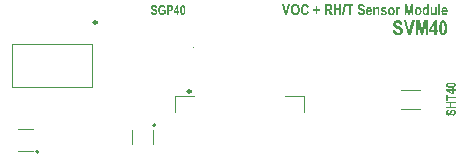
<source format=gto>
G04*
G04 #@! TF.GenerationSoftware,Altium Limited,Altium Designer,21.0.9 (235)*
G04*
G04 Layer_Color=65535*
%FSLAX25Y25*%
%MOIN*%
G70*
G04*
G04 #@! TF.SameCoordinates,BF7D474B-E12B-4DDB-9B88-BAE4D01EB7A6*
G04*
G04*
G04 #@! TF.FilePolarity,Positive*
G04*
G01*
G75*
%ADD10C,0.00394*%
%ADD11C,0.00984*%
%ADD12C,0.00787*%
G36*
X133241Y49979D02*
X133300Y49972D01*
X133372Y49966D01*
X133444Y49953D01*
X133530Y49940D01*
X133707Y49894D01*
X133805Y49861D01*
X133897Y49822D01*
X133989Y49776D01*
X134074Y49730D01*
X134159Y49664D01*
X134238Y49599D01*
X134245Y49592D01*
X134258Y49579D01*
X134277Y49559D01*
X134304Y49526D01*
X134330Y49487D01*
X134369Y49441D01*
X134402Y49382D01*
X134441Y49316D01*
X134481Y49244D01*
X134520Y49159D01*
X134553Y49067D01*
X134586Y48969D01*
X134619Y48864D01*
X134638Y48752D01*
X134658Y48628D01*
X134664Y48496D01*
X133844Y48450D01*
Y48457D01*
Y48470D01*
X133838Y48490D01*
X133831Y48516D01*
X133818Y48582D01*
X133792Y48667D01*
X133759Y48759D01*
X133720Y48851D01*
X133667Y48936D01*
X133608Y49002D01*
X133602Y49008D01*
X133576Y49028D01*
X133536Y49054D01*
X133477Y49080D01*
X133405Y49106D01*
X133320Y49133D01*
X133221Y49152D01*
X133103Y49159D01*
X133051D01*
X132992Y49152D01*
X132920Y49139D01*
X132834Y49126D01*
X132749Y49100D01*
X132670Y49067D01*
X132598Y49021D01*
X132592Y49015D01*
X132572Y48995D01*
X132539Y48969D01*
X132513Y48929D01*
X132480Y48877D01*
X132447Y48818D01*
X132428Y48746D01*
X132421Y48674D01*
Y48667D01*
Y48641D01*
X132428Y48601D01*
X132441Y48555D01*
X132460Y48503D01*
X132487Y48450D01*
X132526Y48392D01*
X132579Y48339D01*
X132585Y48333D01*
X132611Y48313D01*
X132657Y48287D01*
X132690Y48267D01*
X132729Y48247D01*
X132775Y48228D01*
X132828Y48201D01*
X132887Y48175D01*
X132959Y48149D01*
X133038Y48123D01*
X133123Y48096D01*
X133215Y48063D01*
X133320Y48031D01*
X133326D01*
X133346Y48024D01*
X133379Y48011D01*
X133418Y47998D01*
X133471Y47985D01*
X133530Y47965D01*
X133661Y47919D01*
X133805Y47860D01*
X133956Y47801D01*
X134087Y47729D01*
X134153Y47696D01*
X134205Y47657D01*
X134219Y47650D01*
X134251Y47624D01*
X134297Y47578D01*
X134363Y47519D01*
X134428Y47447D01*
X134501Y47355D01*
X134566Y47257D01*
X134625Y47145D01*
Y47139D01*
X134632Y47132D01*
X134638Y47112D01*
X134651Y47093D01*
X134671Y47027D01*
X134704Y46935D01*
X134730Y46830D01*
X134750Y46699D01*
X134769Y46555D01*
X134776Y46397D01*
Y46391D01*
Y46371D01*
Y46338D01*
X134769Y46292D01*
X134763Y46233D01*
X134756Y46168D01*
X134743Y46102D01*
X134724Y46023D01*
X134678Y45853D01*
X134645Y45761D01*
X134606Y45669D01*
X134560Y45577D01*
X134507Y45485D01*
X134448Y45400D01*
X134376Y45315D01*
X134369Y45308D01*
X134356Y45295D01*
X134336Y45276D01*
X134304Y45249D01*
X134258Y45216D01*
X134205Y45177D01*
X134146Y45138D01*
X134074Y45098D01*
X133995Y45059D01*
X133904Y45020D01*
X133799Y44980D01*
X133687Y44947D01*
X133569Y44921D01*
X133438Y44902D01*
X133293Y44888D01*
X133143Y44882D01*
X133103D01*
X133077Y44888D01*
X133044D01*
X133005Y44895D01*
X132906Y44908D01*
X132795Y44934D01*
X132664Y44974D01*
X132526Y45026D01*
X132382Y45092D01*
X132237Y45184D01*
X132087Y45295D01*
X132021Y45361D01*
X131949Y45433D01*
X131883Y45512D01*
X131824Y45597D01*
X131765Y45689D01*
X131706Y45787D01*
X131660Y45899D01*
X131614Y46017D01*
X131575Y46141D01*
X131542Y46279D01*
X131516Y46424D01*
X131496Y46574D01*
X132290Y46666D01*
Y46653D01*
X132296Y46627D01*
X132309Y46581D01*
X132323Y46522D01*
X132342Y46450D01*
X132369Y46364D01*
X132408Y46279D01*
X132447Y46194D01*
X132500Y46109D01*
X132565Y46023D01*
X132631Y45938D01*
X132716Y45872D01*
X132808Y45807D01*
X132920Y45761D01*
X133038Y45735D01*
X133169Y45722D01*
X133228D01*
X133293Y45735D01*
X133379Y45748D01*
X133471Y45768D01*
X133569Y45800D01*
X133661Y45846D01*
X133746Y45912D01*
X133753Y45918D01*
X133779Y45945D01*
X133812Y45990D01*
X133858Y46043D01*
X133897Y46115D01*
X133930Y46194D01*
X133956Y46286D01*
X133963Y46391D01*
Y46397D01*
Y46417D01*
X133956Y46450D01*
Y46489D01*
X133930Y46587D01*
X133910Y46633D01*
X133884Y46679D01*
Y46686D01*
X133871Y46699D01*
X133851Y46719D01*
X133831Y46745D01*
X133799Y46778D01*
X133759Y46810D01*
X133713Y46843D01*
X133661Y46870D01*
X133654Y46876D01*
X133628Y46883D01*
X133582Y46902D01*
X133549Y46916D01*
X133510Y46929D01*
X133471Y46948D01*
X133418Y46968D01*
X133352Y46988D01*
X133287Y47014D01*
X133208Y47034D01*
X133123Y47066D01*
X133031Y47093D01*
X132926Y47125D01*
X132920D01*
X132906Y47132D01*
X132874Y47139D01*
X132841Y47152D01*
X132801Y47165D01*
X132749Y47184D01*
X132638Y47230D01*
X132513Y47276D01*
X132388Y47335D01*
X132270Y47401D01*
X132165Y47466D01*
X132152Y47473D01*
X132126Y47499D01*
X132080Y47545D01*
X132027Y47598D01*
X131962Y47670D01*
X131903Y47749D01*
X131837Y47847D01*
X131778Y47952D01*
Y47958D01*
X131772Y47965D01*
X131758Y48004D01*
X131732Y48063D01*
X131712Y48149D01*
X131686Y48241D01*
X131660Y48352D01*
X131647Y48477D01*
X131640Y48601D01*
Y48608D01*
Y48621D01*
Y48641D01*
Y48667D01*
X131647Y48706D01*
Y48746D01*
X131660Y48844D01*
X131686Y48956D01*
X131712Y49080D01*
X131758Y49205D01*
X131817Y49330D01*
Y49336D01*
X131824Y49343D01*
X131850Y49382D01*
X131890Y49441D01*
X131949Y49513D01*
X132021Y49592D01*
X132106Y49671D01*
X132211Y49749D01*
X132323Y49815D01*
X132329D01*
X132336Y49822D01*
X132355Y49828D01*
X132382Y49841D01*
X132414Y49854D01*
X132454Y49867D01*
X132546Y49900D01*
X132664Y49933D01*
X132801Y49959D01*
X132952Y49979D01*
X133123Y49986D01*
X133188D01*
X133241Y49979D01*
D02*
G37*
G36*
X143120Y44967D02*
X142359D01*
Y48851D01*
X141559Y44967D01*
X140772D01*
X139978Y48851D01*
Y44967D01*
X139217D01*
Y49900D01*
X140437D01*
X141165Y46528D01*
X141887Y49900D01*
X143120D01*
Y44967D01*
D02*
G37*
G36*
X137374D02*
X136488D01*
X135052Y49900D01*
X135931D01*
X136954Y46246D01*
X137938Y49900D01*
X138817D01*
X137374Y44967D01*
D02*
G37*
G36*
X146033Y46791D02*
X146532D01*
Y45958D01*
X146033D01*
Y44967D01*
X145285D01*
Y45958D01*
X143625D01*
Y46784D01*
X145377Y49913D01*
X146033D01*
Y46791D01*
D02*
G37*
G36*
X148263Y49907D02*
X148303D01*
X148355Y49894D01*
X148408Y49881D01*
X148473Y49867D01*
X148546Y49841D01*
X148618Y49815D01*
X148696Y49776D01*
X148775Y49730D01*
X148854Y49677D01*
X148933Y49612D01*
X149011Y49533D01*
X149083Y49448D01*
X149156Y49349D01*
X149162Y49343D01*
X149169Y49323D01*
X149188Y49290D01*
X149215Y49238D01*
X149241Y49179D01*
X149274Y49100D01*
X149306Y49008D01*
X149339Y48897D01*
X149372Y48772D01*
X149405Y48628D01*
X149438Y48470D01*
X149464Y48287D01*
X149490Y48096D01*
X149510Y47880D01*
X149516Y47644D01*
X149523Y47394D01*
Y47388D01*
Y47381D01*
Y47362D01*
Y47335D01*
Y47263D01*
X149516Y47165D01*
X149510Y47053D01*
X149503Y46922D01*
X149490Y46778D01*
X149477Y46627D01*
X149431Y46305D01*
X149405Y46141D01*
X149365Y45977D01*
X149326Y45827D01*
X149280Y45682D01*
X149221Y45551D01*
X149156Y45439D01*
X149149Y45433D01*
X149136Y45413D01*
X149116Y45387D01*
X149090Y45354D01*
X149057Y45308D01*
X149011Y45262D01*
X148959Y45210D01*
X148900Y45164D01*
X148841Y45112D01*
X148768Y45059D01*
X148605Y44967D01*
X148513Y44934D01*
X148421Y44908D01*
X148316Y44888D01*
X148211Y44882D01*
X148185D01*
X148152Y44888D01*
X148112D01*
X148060Y44902D01*
X148008Y44908D01*
X147942Y44928D01*
X147870Y44954D01*
X147798Y44980D01*
X147719Y45020D01*
X147640Y45059D01*
X147562Y45112D01*
X147483Y45177D01*
X147404Y45249D01*
X147332Y45335D01*
X147260Y45433D01*
X147253Y45439D01*
X147247Y45459D01*
X147227Y45492D01*
X147201Y45544D01*
X147175Y45603D01*
X147148Y45682D01*
X147115Y45781D01*
X147083Y45886D01*
X147043Y46017D01*
X147011Y46161D01*
X146984Y46319D01*
X146958Y46496D01*
X146932Y46699D01*
X146912Y46909D01*
X146906Y47145D01*
X146899Y47401D01*
Y47407D01*
Y47414D01*
Y47434D01*
Y47460D01*
Y47532D01*
X146906Y47624D01*
X146912Y47742D01*
X146919Y47873D01*
X146932Y48011D01*
X146945Y48169D01*
X146984Y48490D01*
X147050Y48811D01*
X147096Y48962D01*
X147142Y49106D01*
X147194Y49238D01*
X147260Y49349D01*
X147266Y49356D01*
X147279Y49376D01*
X147299Y49402D01*
X147325Y49435D01*
X147365Y49481D01*
X147404Y49526D01*
X147457Y49579D01*
X147516Y49631D01*
X147581Y49684D01*
X147647Y49736D01*
X147725Y49782D01*
X147811Y49828D01*
X147903Y49861D01*
X147994Y49887D01*
X148099Y49907D01*
X148204Y49913D01*
X148231D01*
X148263Y49907D01*
D02*
G37*
G36*
X121007Y55398D02*
X121051Y55393D01*
X121105Y55388D01*
X121160Y55378D01*
X121223Y55368D01*
X121356Y55334D01*
X121430Y55309D01*
X121499Y55280D01*
X121568Y55245D01*
X121632Y55211D01*
X121696Y55161D01*
X121755Y55112D01*
X121760Y55107D01*
X121770Y55098D01*
X121784Y55083D01*
X121804Y55058D01*
X121824Y55029D01*
X121853Y54994D01*
X121878Y54950D01*
X121907Y54901D01*
X121937Y54847D01*
X121966Y54783D01*
X121991Y54714D01*
X122016Y54640D01*
X122040Y54561D01*
X122055Y54478D01*
X122070Y54384D01*
X122075Y54286D01*
X121460Y54251D01*
Y54256D01*
Y54266D01*
X121455Y54281D01*
X121450Y54300D01*
X121440Y54350D01*
X121420Y54414D01*
X121396Y54483D01*
X121366Y54551D01*
X121327Y54615D01*
X121282Y54665D01*
X121278Y54669D01*
X121258Y54684D01*
X121228Y54704D01*
X121184Y54724D01*
X121130Y54743D01*
X121066Y54763D01*
X120992Y54778D01*
X120904Y54783D01*
X120864D01*
X120820Y54778D01*
X120766Y54768D01*
X120702Y54758D01*
X120638Y54738D01*
X120579Y54714D01*
X120525Y54679D01*
X120520Y54674D01*
X120505Y54660D01*
X120481Y54640D01*
X120461Y54610D01*
X120436Y54571D01*
X120412Y54527D01*
X120397Y54473D01*
X120392Y54419D01*
Y54414D01*
Y54394D01*
X120397Y54364D01*
X120407Y54330D01*
X120422Y54291D01*
X120441Y54251D01*
X120471Y54207D01*
X120510Y54168D01*
X120515Y54163D01*
X120535Y54148D01*
X120569Y54128D01*
X120594Y54114D01*
X120623Y54099D01*
X120658Y54084D01*
X120697Y54064D01*
X120741Y54045D01*
X120795Y54025D01*
X120854Y54005D01*
X120918Y53986D01*
X120987Y53961D01*
X121066Y53936D01*
X121071D01*
X121086Y53931D01*
X121110Y53922D01*
X121140Y53912D01*
X121179Y53902D01*
X121223Y53887D01*
X121322Y53853D01*
X121430Y53808D01*
X121543Y53764D01*
X121642Y53710D01*
X121691Y53685D01*
X121730Y53656D01*
X121740Y53651D01*
X121765Y53631D01*
X121799Y53597D01*
X121848Y53553D01*
X121897Y53499D01*
X121952Y53430D01*
X122001Y53356D01*
X122045Y53272D01*
Y53267D01*
X122050Y53262D01*
X122055Y53248D01*
X122065Y53233D01*
X122080Y53184D01*
X122104Y53115D01*
X122124Y53036D01*
X122139Y52938D01*
X122153Y52829D01*
X122158Y52711D01*
Y52706D01*
Y52692D01*
Y52667D01*
X122153Y52633D01*
X122148Y52588D01*
X122143Y52539D01*
X122134Y52490D01*
X122119Y52431D01*
X122084Y52303D01*
X122060Y52234D01*
X122030Y52165D01*
X121996Y52096D01*
X121957Y52027D01*
X121912Y51964D01*
X121858Y51899D01*
X121853Y51895D01*
X121843Y51885D01*
X121829Y51870D01*
X121804Y51850D01*
X121770Y51826D01*
X121730Y51796D01*
X121686Y51767D01*
X121632Y51737D01*
X121573Y51708D01*
X121504Y51678D01*
X121425Y51649D01*
X121342Y51624D01*
X121253Y51604D01*
X121155Y51590D01*
X121046Y51580D01*
X120933Y51575D01*
X120904D01*
X120884Y51580D01*
X120859D01*
X120830Y51585D01*
X120756Y51595D01*
X120672Y51614D01*
X120574Y51644D01*
X120471Y51683D01*
X120362Y51732D01*
X120254Y51801D01*
X120141Y51885D01*
X120092Y51934D01*
X120038Y51988D01*
X119989Y52047D01*
X119944Y52111D01*
X119900Y52180D01*
X119856Y52254D01*
X119821Y52337D01*
X119787Y52426D01*
X119757Y52519D01*
X119733Y52623D01*
X119713Y52731D01*
X119698Y52844D01*
X120294Y52913D01*
Y52903D01*
X120299Y52883D01*
X120308Y52849D01*
X120318Y52805D01*
X120333Y52751D01*
X120353Y52687D01*
X120382Y52623D01*
X120412Y52559D01*
X120451Y52495D01*
X120500Y52431D01*
X120549Y52367D01*
X120613Y52318D01*
X120682Y52268D01*
X120766Y52234D01*
X120854Y52214D01*
X120953Y52205D01*
X120997D01*
X121046Y52214D01*
X121110Y52224D01*
X121179Y52239D01*
X121253Y52264D01*
X121322Y52298D01*
X121386Y52347D01*
X121391Y52352D01*
X121410Y52372D01*
X121435Y52406D01*
X121469Y52446D01*
X121499Y52500D01*
X121524Y52559D01*
X121543Y52628D01*
X121548Y52706D01*
Y52711D01*
Y52726D01*
X121543Y52751D01*
Y52780D01*
X121524Y52854D01*
X121509Y52888D01*
X121489Y52923D01*
Y52928D01*
X121479Y52938D01*
X121465Y52952D01*
X121450Y52972D01*
X121425Y52997D01*
X121396Y53021D01*
X121361Y53046D01*
X121322Y53066D01*
X121317Y53070D01*
X121297Y53075D01*
X121263Y53090D01*
X121238Y53100D01*
X121209Y53110D01*
X121179Y53125D01*
X121140Y53139D01*
X121091Y53154D01*
X121041Y53174D01*
X120982Y53189D01*
X120918Y53213D01*
X120850Y53233D01*
X120771Y53257D01*
X120766D01*
X120756Y53262D01*
X120731Y53267D01*
X120707Y53277D01*
X120677Y53287D01*
X120638Y53302D01*
X120554Y53336D01*
X120461Y53371D01*
X120367Y53415D01*
X120279Y53464D01*
X120200Y53513D01*
X120190Y53518D01*
X120171Y53538D01*
X120136Y53572D01*
X120097Y53612D01*
X120048Y53666D01*
X120003Y53725D01*
X119954Y53799D01*
X119910Y53877D01*
Y53882D01*
X119905Y53887D01*
X119895Y53917D01*
X119875Y53961D01*
X119861Y54025D01*
X119841Y54094D01*
X119821Y54177D01*
X119811Y54271D01*
X119807Y54364D01*
Y54369D01*
Y54379D01*
Y54394D01*
Y54414D01*
X119811Y54443D01*
Y54473D01*
X119821Y54546D01*
X119841Y54630D01*
X119861Y54724D01*
X119895Y54817D01*
X119939Y54911D01*
Y54915D01*
X119944Y54920D01*
X119964Y54950D01*
X119993Y54994D01*
X120038Y55048D01*
X120092Y55107D01*
X120156Y55166D01*
X120235Y55225D01*
X120318Y55275D01*
X120323D01*
X120328Y55280D01*
X120343Y55285D01*
X120362Y55294D01*
X120387Y55304D01*
X120417Y55314D01*
X120485Y55339D01*
X120574Y55363D01*
X120677Y55383D01*
X120791Y55398D01*
X120918Y55403D01*
X120968D01*
X121007Y55398D01*
D02*
G37*
G36*
X102316D02*
X102360Y55393D01*
X102414Y55383D01*
X102468Y55373D01*
X102532Y55358D01*
X102596Y55339D01*
X102665Y55319D01*
X102739Y55289D01*
X102808Y55255D01*
X102882Y55216D01*
X102951Y55166D01*
X103024Y55117D01*
X103088Y55053D01*
X103093Y55048D01*
X103098Y55043D01*
X103113Y55029D01*
X103128Y55009D01*
X103147Y54979D01*
X103172Y54950D01*
X103197Y54911D01*
X103226Y54866D01*
X103251Y54817D01*
X103280Y54763D01*
X103310Y54704D01*
X103344Y54640D01*
X103369Y54566D01*
X103398Y54492D01*
X103423Y54409D01*
X103447Y54320D01*
X102842Y54143D01*
Y54148D01*
X102837Y54158D01*
Y54173D01*
X102832Y54192D01*
X102813Y54246D01*
X102793Y54310D01*
X102759Y54384D01*
X102719Y54463D01*
X102665Y54537D01*
X102606Y54601D01*
X102596Y54606D01*
X102577Y54625D01*
X102537Y54650D01*
X102493Y54684D01*
X102429Y54714D01*
X102360Y54738D01*
X102281Y54758D01*
X102198Y54763D01*
X102163D01*
X102144Y54758D01*
X102114Y54753D01*
X102080Y54748D01*
X102006Y54729D01*
X101917Y54689D01*
X101873Y54669D01*
X101829Y54640D01*
X101780Y54606D01*
X101735Y54566D01*
X101691Y54522D01*
X101652Y54468D01*
Y54463D01*
X101642Y54453D01*
X101632Y54438D01*
X101617Y54414D01*
X101602Y54379D01*
X101583Y54340D01*
X101568Y54296D01*
X101548Y54237D01*
X101529Y54177D01*
X101509Y54104D01*
X101489Y54025D01*
X101475Y53936D01*
X101460Y53843D01*
X101450Y53740D01*
X101445Y53626D01*
X101440Y53503D01*
Y53494D01*
Y53474D01*
Y53439D01*
X101445Y53390D01*
Y53331D01*
X101450Y53267D01*
X101460Y53193D01*
X101465Y53120D01*
X101489Y52952D01*
X101529Y52790D01*
X101553Y52711D01*
X101578Y52637D01*
X101612Y52569D01*
X101647Y52510D01*
X101652Y52505D01*
X101657Y52495D01*
X101666Y52480D01*
X101686Y52465D01*
X101730Y52416D01*
X101789Y52362D01*
X101868Y52308D01*
X101962Y52259D01*
X102011Y52244D01*
X102065Y52229D01*
X102124Y52219D01*
X102183Y52214D01*
X102193D01*
X102222Y52219D01*
X102267Y52224D01*
X102326Y52239D01*
X102390Y52259D01*
X102463Y52293D01*
X102532Y52337D01*
X102601Y52401D01*
X102611Y52411D01*
X102631Y52436D01*
X102660Y52480D01*
X102700Y52544D01*
X102744Y52628D01*
X102764Y52677D01*
X102783Y52731D01*
X102803Y52790D01*
X102823Y52854D01*
X102842Y52923D01*
X102857Y52997D01*
X103452Y52765D01*
Y52760D01*
X103447Y52741D01*
X103438Y52706D01*
X103423Y52662D01*
X103408Y52613D01*
X103389Y52554D01*
X103369Y52490D01*
X103339Y52421D01*
X103275Y52273D01*
X103197Y52121D01*
X103147Y52052D01*
X103098Y51983D01*
X103044Y51919D01*
X102985Y51860D01*
X102980Y51855D01*
X102970Y51850D01*
X102951Y51836D01*
X102926Y51816D01*
X102896Y51796D01*
X102857Y51772D01*
X102818Y51742D01*
X102769Y51718D01*
X102709Y51693D01*
X102650Y51663D01*
X102586Y51639D01*
X102518Y51619D01*
X102444Y51599D01*
X102365Y51590D01*
X102281Y51580D01*
X102193Y51575D01*
X102168D01*
X102134Y51580D01*
X102094D01*
X102045Y51590D01*
X101986Y51599D01*
X101922Y51614D01*
X101853Y51634D01*
X101775Y51653D01*
X101701Y51683D01*
X101617Y51722D01*
X101539Y51767D01*
X101460Y51816D01*
X101381Y51880D01*
X101307Y51949D01*
X101233Y52027D01*
X101229Y52032D01*
X101214Y52052D01*
X101194Y52082D01*
X101170Y52126D01*
X101135Y52180D01*
X101101Y52244D01*
X101061Y52318D01*
X101022Y52406D01*
X100983Y52500D01*
X100943Y52608D01*
X100909Y52726D01*
X100874Y52854D01*
X100850Y52992D01*
X100830Y53134D01*
X100815Y53292D01*
X100810Y53454D01*
Y53459D01*
Y53464D01*
Y53479D01*
Y53494D01*
X100815Y53543D01*
Y53612D01*
X100825Y53690D01*
X100835Y53784D01*
X100845Y53882D01*
X100865Y53995D01*
X100884Y54109D01*
X100914Y54232D01*
X100948Y54355D01*
X100988Y54478D01*
X101037Y54601D01*
X101096Y54719D01*
X101160Y54832D01*
X101233Y54935D01*
X101238Y54940D01*
X101253Y54955D01*
X101273Y54979D01*
X101302Y55009D01*
X101342Y55043D01*
X101386Y55083D01*
X101440Y55127D01*
X101499Y55171D01*
X101568Y55211D01*
X101642Y55255D01*
X101725Y55294D01*
X101814Y55329D01*
X101908Y55358D01*
X102011Y55383D01*
X102119Y55398D01*
X102232Y55403D01*
X102281D01*
X102316Y55398D01*
D02*
G37*
G36*
X143511Y51639D02*
X142970D01*
Y52027D01*
X142965Y52018D01*
X142945Y51988D01*
X142916Y51949D01*
X142876Y51899D01*
X142832Y51845D01*
X142778Y51791D01*
X142714Y51737D01*
X142650Y51688D01*
X142640Y51683D01*
X142621Y51668D01*
X142586Y51653D01*
X142537Y51634D01*
X142483Y51609D01*
X142419Y51595D01*
X142350Y51580D01*
X142281Y51575D01*
X142266D01*
X142247Y51580D01*
X142217D01*
X142188Y51585D01*
X142148Y51595D01*
X142065Y51619D01*
X142015Y51639D01*
X141961Y51663D01*
X141907Y51693D01*
X141853Y51727D01*
X141799Y51772D01*
X141745Y51821D01*
X141691Y51875D01*
X141637Y51939D01*
X141632Y51944D01*
X141627Y51959D01*
X141612Y51978D01*
X141592Y52008D01*
X141573Y52047D01*
X141553Y52091D01*
X141528Y52145D01*
X141504Y52210D01*
X141474Y52278D01*
X141450Y52357D01*
X141430Y52446D01*
X141410Y52539D01*
X141391Y52642D01*
X141376Y52751D01*
X141371Y52869D01*
X141366Y52992D01*
Y53002D01*
Y53021D01*
Y53056D01*
X141371Y53105D01*
X141376Y53159D01*
X141381Y53228D01*
X141391Y53302D01*
X141400Y53376D01*
X141430Y53543D01*
X141479Y53715D01*
X141509Y53799D01*
X141543Y53882D01*
X141587Y53956D01*
X141632Y54025D01*
X141637Y54030D01*
X141646Y54040D01*
X141661Y54059D01*
X141681Y54079D01*
X141705Y54109D01*
X141735Y54138D01*
X141774Y54168D01*
X141814Y54202D01*
X141907Y54266D01*
X142020Y54325D01*
X142084Y54345D01*
X142148Y54364D01*
X142217Y54374D01*
X142291Y54379D01*
X142320D01*
X142355Y54374D01*
X142404Y54369D01*
X142453Y54355D01*
X142512Y54340D01*
X142571Y54315D01*
X142630Y54286D01*
X142640Y54281D01*
X142660Y54266D01*
X142689Y54246D01*
X142729Y54217D01*
X142773Y54177D01*
X142827Y54128D01*
X142876Y54069D01*
X142930Y54005D01*
Y55339D01*
X143511D01*
Y51639D01*
D02*
G37*
G36*
X133647Y54374D02*
X133696Y54364D01*
X133755Y54345D01*
X133819Y54320D01*
X133888Y54286D01*
X133956Y54241D01*
X133774Y53626D01*
X133770Y53631D01*
X133750Y53646D01*
X133720Y53666D01*
X133686Y53685D01*
X133642Y53705D01*
X133597Y53725D01*
X133548Y53740D01*
X133499Y53745D01*
X133479D01*
X133455Y53740D01*
X133425Y53735D01*
X133391Y53720D01*
X133356Y53705D01*
X133317Y53681D01*
X133282Y53651D01*
X133277Y53646D01*
X133268Y53631D01*
X133253Y53612D01*
X133233Y53577D01*
X133213Y53533D01*
X133189Y53479D01*
X133169Y53410D01*
X133154Y53326D01*
Y53321D01*
Y53316D01*
X133150Y53302D01*
Y53282D01*
X133145Y53253D01*
Y53218D01*
X133140Y53179D01*
X133135Y53135D01*
X133130Y53075D01*
Y53016D01*
X133125Y52943D01*
X133120Y52864D01*
Y52780D01*
X133115Y52682D01*
Y52579D01*
Y52465D01*
Y51639D01*
X132535D01*
Y54315D01*
X133076D01*
Y53936D01*
X133081Y53941D01*
X133090Y53956D01*
X133100Y53976D01*
X133125Y54020D01*
X133159Y54074D01*
X133199Y54133D01*
X133238Y54192D01*
X133282Y54246D01*
X133322Y54286D01*
X133327Y54291D01*
X133341Y54300D01*
X133366Y54315D01*
X133396Y54335D01*
X133430Y54350D01*
X133474Y54364D01*
X133523Y54374D01*
X133573Y54379D01*
X133607D01*
X133647Y54374D01*
D02*
G37*
G36*
X126365D02*
X126424Y54364D01*
X126493Y54345D01*
X126567Y54325D01*
X126636Y54291D01*
X126704Y54246D01*
X126714Y54241D01*
X126734Y54222D01*
X126763Y54192D01*
X126803Y54153D01*
X126842Y54104D01*
X126882Y54045D01*
X126921Y53976D01*
X126950Y53902D01*
X126955Y53892D01*
X126960Y53863D01*
X126970Y53818D01*
X126985Y53750D01*
X126999Y53666D01*
X127009Y53562D01*
X127014Y53439D01*
X127019Y53302D01*
Y51639D01*
X126439D01*
Y53007D01*
Y53012D01*
Y53026D01*
Y53046D01*
Y53070D01*
Y53105D01*
Y53144D01*
X126434Y53228D01*
X126429Y53321D01*
X126424Y53410D01*
X126414Y53489D01*
X126409Y53523D01*
X126404Y53553D01*
Y53558D01*
X126399Y53577D01*
X126390Y53602D01*
X126375Y53631D01*
X126340Y53700D01*
X126311Y53735D01*
X126281Y53764D01*
X126276Y53769D01*
X126267Y53774D01*
X126247Y53789D01*
X126222Y53804D01*
X126193Y53813D01*
X126158Y53828D01*
X126119Y53833D01*
X126075Y53838D01*
X126050D01*
X126021Y53833D01*
X125986Y53828D01*
X125947Y53813D01*
X125902Y53799D01*
X125853Y53774D01*
X125809Y53740D01*
X125804Y53735D01*
X125789Y53725D01*
X125770Y53700D01*
X125745Y53671D01*
X125715Y53636D01*
X125691Y53592D01*
X125661Y53538D01*
X125642Y53479D01*
Y53469D01*
X125637Y53444D01*
X125632Y53425D01*
X125627Y53400D01*
X125622Y53371D01*
Y53336D01*
X125617Y53297D01*
X125612Y53253D01*
X125607Y53198D01*
X125602Y53144D01*
Y53080D01*
X125597Y53012D01*
Y52933D01*
Y52849D01*
Y51639D01*
X125017D01*
Y54315D01*
X125553D01*
Y53927D01*
X125558Y53931D01*
X125578Y53961D01*
X125607Y54000D01*
X125647Y54050D01*
X125696Y54104D01*
X125750Y54163D01*
X125809Y54212D01*
X125873Y54261D01*
X125883Y54266D01*
X125907Y54281D01*
X125942Y54300D01*
X125991Y54320D01*
X126050Y54340D01*
X126119Y54360D01*
X126198Y54374D01*
X126276Y54379D01*
X126321D01*
X126365Y54374D01*
D02*
G37*
G36*
X114281Y51639D02*
X113671D01*
Y53257D01*
X112466D01*
Y51639D01*
X111856D01*
Y55339D01*
X112466D01*
Y53882D01*
X113671D01*
Y55339D01*
X114281D01*
Y51639D01*
D02*
G37*
G36*
X128485Y54374D02*
X128525D01*
X128564Y54369D01*
X128663Y54360D01*
X128766Y54335D01*
X128874Y54305D01*
X128977Y54266D01*
X129027Y54237D01*
X129071Y54207D01*
X129076D01*
X129081Y54197D01*
X129110Y54177D01*
X129150Y54133D01*
X129194Y54079D01*
X129248Y54000D01*
X129302Y53907D01*
X129351Y53799D01*
X129391Y53666D01*
X128845Y53543D01*
Y53548D01*
X128840Y53558D01*
X128835Y53572D01*
X128830Y53592D01*
X128805Y53646D01*
X128766Y53705D01*
X128712Y53764D01*
X128677Y53794D01*
X128638Y53818D01*
X128594Y53838D01*
X128544Y53853D01*
X128490Y53863D01*
X128426Y53868D01*
X128392D01*
X128352Y53863D01*
X128308Y53858D01*
X128210Y53843D01*
X128161Y53823D01*
X128121Y53804D01*
X128116Y53799D01*
X128106Y53794D01*
X128092Y53779D01*
X128077Y53759D01*
X128048Y53710D01*
X128038Y53681D01*
X128033Y53646D01*
Y53641D01*
Y53631D01*
X128038Y53617D01*
X128043Y53597D01*
X128052Y53572D01*
X128067Y53548D01*
X128087Y53523D01*
X128112Y53499D01*
X128116Y53494D01*
X128131Y53489D01*
X128161Y53474D01*
X128180Y53464D01*
X128210Y53454D01*
X128239Y53439D01*
X128274Y53430D01*
X128318Y53415D01*
X128367Y53395D01*
X128421Y53380D01*
X128481Y53361D01*
X128549Y53341D01*
X128628Y53316D01*
X128633D01*
X128648Y53312D01*
X128672Y53302D01*
X128707Y53292D01*
X128746Y53277D01*
X128790Y53262D01*
X128894Y53223D01*
X129002Y53174D01*
X129115Y53120D01*
X129164Y53090D01*
X129214Y53056D01*
X129258Y53021D01*
X129292Y52987D01*
X129302Y52977D01*
X129322Y52952D01*
X129346Y52908D01*
X129381Y52849D01*
X129410Y52775D01*
X129440Y52682D01*
X129460Y52583D01*
X129464Y52465D01*
Y52460D01*
Y52451D01*
Y52426D01*
X129460Y52401D01*
X129455Y52367D01*
X129450Y52328D01*
X129430Y52239D01*
X129401Y52141D01*
X129351Y52032D01*
X129322Y51978D01*
X129282Y51924D01*
X129243Y51875D01*
X129194Y51826D01*
X129189Y51821D01*
X129184Y51816D01*
X129164Y51801D01*
X129145Y51786D01*
X129120Y51767D01*
X129086Y51747D01*
X129046Y51722D01*
X129002Y51703D01*
X128953Y51678D01*
X128899Y51653D01*
X128840Y51634D01*
X128771Y51614D01*
X128702Y51599D01*
X128628Y51585D01*
X128544Y51580D01*
X128461Y51575D01*
X128421D01*
X128392Y51580D01*
X128352D01*
X128313Y51585D01*
X128215Y51599D01*
X128106Y51624D01*
X127989Y51663D01*
X127875Y51713D01*
X127767Y51781D01*
X127762Y51786D01*
X127757Y51791D01*
X127743Y51806D01*
X127723Y51821D01*
X127679Y51870D01*
X127620Y51939D01*
X127560Y52022D01*
X127501Y52131D01*
X127452Y52254D01*
X127413Y52397D01*
X127993Y52510D01*
Y52505D01*
X127998Y52490D01*
X128003Y52470D01*
X128013Y52446D01*
X128023Y52411D01*
X128038Y52377D01*
X128082Y52298D01*
X128106Y52259D01*
X128141Y52219D01*
X128180Y52185D01*
X128220Y52150D01*
X128274Y52126D01*
X128328Y52106D01*
X128392Y52091D01*
X128461Y52087D01*
X128495D01*
X128530Y52091D01*
X128579Y52096D01*
X128628Y52106D01*
X128677Y52121D01*
X128726Y52141D01*
X128771Y52165D01*
X128776Y52170D01*
X128786Y52180D01*
X128805Y52200D01*
X128825Y52219D01*
X128845Y52254D01*
X128864Y52288D01*
X128874Y52328D01*
X128879Y52377D01*
Y52382D01*
Y52391D01*
Y52406D01*
X128874Y52426D01*
X128859Y52470D01*
X128830Y52514D01*
X128820Y52524D01*
X128810Y52534D01*
X128790Y52544D01*
X128766Y52559D01*
X128731Y52574D01*
X128692Y52588D01*
X128643Y52603D01*
X128633D01*
X128613Y52613D01*
X128574Y52623D01*
X128530Y52637D01*
X128471Y52652D01*
X128407Y52672D01*
X128333Y52692D01*
X128259Y52716D01*
X128106Y52775D01*
X128028Y52805D01*
X127954Y52834D01*
X127890Y52864D01*
X127826Y52898D01*
X127777Y52928D01*
X127733Y52962D01*
X127728Y52967D01*
X127723Y52972D01*
X127693Y53002D01*
X127659Y53051D01*
X127615Y53120D01*
X127570Y53203D01*
X127531Y53302D01*
X127501Y53420D01*
X127497Y53484D01*
X127492Y53553D01*
Y53558D01*
Y53567D01*
Y53587D01*
X127497Y53617D01*
Y53646D01*
X127506Y53685D01*
X127521Y53769D01*
X127551Y53863D01*
X127590Y53966D01*
X127649Y54064D01*
X127688Y54109D01*
X127728Y54153D01*
X127733Y54158D01*
X127738Y54163D01*
X127752Y54173D01*
X127772Y54187D01*
X127797Y54207D01*
X127826Y54227D01*
X127860Y54246D01*
X127905Y54266D01*
X127949Y54286D01*
X127998Y54305D01*
X128057Y54325D01*
X128116Y54345D01*
X128185Y54360D01*
X128259Y54369D01*
X128333Y54379D01*
X128456D01*
X128485Y54374D01*
D02*
G37*
G36*
X138306Y51639D02*
X137735D01*
Y54551D01*
X137135Y51639D01*
X136544D01*
X135949Y54551D01*
Y51639D01*
X135378D01*
Y55339D01*
X136293D01*
X136840Y52810D01*
X137381Y55339D01*
X138306D01*
Y51639D01*
D02*
G37*
G36*
X96230Y51639D02*
X95566D01*
X94488Y55339D01*
X95148D01*
X95915Y52598D01*
X96653Y55339D01*
X97312D01*
X96230Y51639D01*
D02*
G37*
G36*
X106341Y53794D02*
X107138D01*
Y53130D01*
X106341D01*
Y52170D01*
X105809D01*
Y53130D01*
X105012D01*
Y53794D01*
X105809D01*
Y54753D01*
X106341D01*
Y53794D01*
D02*
G37*
G36*
X146074Y51639D02*
X145533D01*
Y52037D01*
X145528Y52027D01*
X145513Y52003D01*
X145484Y51959D01*
X145449Y51909D01*
X145400Y51855D01*
X145346Y51801D01*
X145282Y51742D01*
X145213Y51693D01*
X145203Y51688D01*
X145179Y51673D01*
X145140Y51653D01*
X145090Y51634D01*
X145026Y51614D01*
X144957Y51595D01*
X144884Y51580D01*
X144805Y51575D01*
X144766D01*
X144726Y51580D01*
X144672Y51590D01*
X144613Y51604D01*
X144544Y51624D01*
X144480Y51649D01*
X144411Y51688D01*
X144406Y51693D01*
X144382Y51708D01*
X144352Y51737D01*
X144318Y51772D01*
X144279Y51816D01*
X144234Y51870D01*
X144195Y51934D01*
X144160Y52008D01*
Y52013D01*
X144156Y52018D01*
X144146Y52047D01*
X144136Y52096D01*
X144121Y52165D01*
X144102Y52249D01*
X144092Y52352D01*
X144082Y52475D01*
X144077Y52618D01*
Y54315D01*
X144657D01*
Y53080D01*
Y53075D01*
Y53056D01*
Y53031D01*
Y52997D01*
Y52952D01*
Y52908D01*
X144662Y52800D01*
Y52687D01*
X144667Y52579D01*
X144672Y52524D01*
Y52480D01*
X144677Y52441D01*
X144682Y52411D01*
Y52406D01*
X144687Y52387D01*
X144697Y52362D01*
X144707Y52333D01*
X144721Y52293D01*
X144741Y52259D01*
X144766Y52224D01*
X144795Y52190D01*
X144800Y52185D01*
X144810Y52180D01*
X144830Y52165D01*
X144859Y52155D01*
X144889Y52141D01*
X144928Y52126D01*
X144972Y52121D01*
X145017Y52116D01*
X145041D01*
X145071Y52121D01*
X145105Y52131D01*
X145149Y52141D01*
X145194Y52155D01*
X145238Y52180D01*
X145287Y52214D01*
X145292Y52219D01*
X145307Y52234D01*
X145332Y52254D01*
X145356Y52288D01*
X145386Y52323D01*
X145410Y52367D01*
X145435Y52421D01*
X145455Y52475D01*
Y52485D01*
X145459Y52495D01*
Y52510D01*
X145464Y52529D01*
X145469Y52554D01*
Y52588D01*
X145474Y52623D01*
X145479Y52667D01*
X145484Y52721D01*
Y52775D01*
X145489Y52844D01*
Y52918D01*
X145494Y52997D01*
Y53085D01*
Y53184D01*
Y54315D01*
X146074D01*
Y51639D01*
D02*
G37*
G36*
X147255D02*
X146675D01*
Y55339D01*
X147255D01*
Y51639D01*
D02*
G37*
G36*
X118276Y54714D02*
X117376D01*
Y51639D01*
X116766D01*
Y54714D01*
X115866D01*
Y55339D01*
X118276D01*
Y54714D01*
D02*
G37*
G36*
X110213Y55334D02*
X110257D01*
X110360Y55324D01*
X110478Y55314D01*
X110596Y55294D01*
X110705Y55270D01*
X110749Y55255D01*
X110793Y55235D01*
X110798D01*
X110803Y55230D01*
X110828Y55216D01*
X110867Y55191D01*
X110916Y55157D01*
X110970Y55107D01*
X111029Y55048D01*
X111088Y54975D01*
X111142Y54891D01*
Y54886D01*
X111147Y54881D01*
X111157Y54866D01*
X111162Y54847D01*
X111187Y54797D01*
X111211Y54724D01*
X111236Y54640D01*
X111260Y54537D01*
X111275Y54423D01*
X111280Y54300D01*
Y54296D01*
Y54281D01*
Y54261D01*
X111275Y54227D01*
Y54192D01*
X111270Y54148D01*
X111256Y54050D01*
X111231Y53941D01*
X111192Y53823D01*
X111137Y53710D01*
X111108Y53656D01*
X111069Y53602D01*
Y53597D01*
X111059Y53592D01*
X111029Y53558D01*
X110985Y53513D01*
X110916Y53459D01*
X110832Y53405D01*
X110734Y53351D01*
X110616Y53302D01*
X110478Y53267D01*
X110488Y53262D01*
X110513Y53243D01*
X110547Y53213D01*
X110591Y53179D01*
X110645Y53130D01*
X110700Y53080D01*
X110754Y53021D01*
X110803Y52957D01*
X110808Y52947D01*
X110828Y52923D01*
X110857Y52883D01*
X110872Y52854D01*
X110896Y52820D01*
X110916Y52780D01*
X110946Y52736D01*
X110975Y52687D01*
X111005Y52633D01*
X111039Y52574D01*
X111074Y52510D01*
X111113Y52436D01*
X111152Y52357D01*
X111521Y51639D01*
X110783D01*
X110345Y52441D01*
X110340Y52446D01*
X110336Y52460D01*
X110321Y52480D01*
X110306Y52510D01*
X110286Y52544D01*
X110267Y52583D01*
X110217Y52672D01*
X110163Y52765D01*
X110109Y52854D01*
X110085Y52898D01*
X110060Y52933D01*
X110040Y52962D01*
X110021Y52987D01*
X110016Y52992D01*
X110006Y53007D01*
X109991Y53026D01*
X109967Y53051D01*
X109907Y53100D01*
X109873Y53120D01*
X109839Y53139D01*
X109834D01*
X109819Y53144D01*
X109799Y53154D01*
X109765Y53164D01*
X109725Y53169D01*
X109671Y53179D01*
X109607Y53184D01*
X109411D01*
Y51639D01*
X108800D01*
Y55339D01*
X110168D01*
X110213Y55334D01*
D02*
G37*
G36*
X148766Y54374D02*
X148805Y54369D01*
X148849Y54360D01*
X148903Y54350D01*
X148958Y54335D01*
X149017Y54315D01*
X149076Y54296D01*
X149135Y54266D01*
X149199Y54232D01*
X149258Y54192D01*
X149317Y54143D01*
X149371Y54094D01*
X149425Y54030D01*
X149430Y54025D01*
X149440Y54010D01*
X149454Y53991D01*
X149474Y53956D01*
X149499Y53912D01*
X149523Y53863D01*
X149553Y53804D01*
X149582Y53735D01*
X149607Y53656D01*
X149636Y53567D01*
X149661Y53469D01*
X149686Y53366D01*
X149705Y53253D01*
X149720Y53130D01*
X149730Y52997D01*
X149735Y52854D01*
Y52775D01*
X148278D01*
Y52770D01*
Y52760D01*
Y52746D01*
X148284Y52721D01*
X148288Y52667D01*
X148298Y52593D01*
X148318Y52514D01*
X148343Y52431D01*
X148377Y52352D01*
X148421Y52278D01*
X148426Y52273D01*
X148446Y52254D01*
X148475Y52224D01*
X148515Y52195D01*
X148564Y52160D01*
X148618Y52136D01*
X148682Y52116D01*
X148751Y52106D01*
X148766D01*
X148775Y52111D01*
X148795D01*
X148844Y52126D01*
X148903Y52155D01*
X148933Y52175D01*
X148967Y52200D01*
X148997Y52229D01*
X149031Y52268D01*
X149056Y52313D01*
X149085Y52362D01*
X149110Y52421D01*
X149130Y52490D01*
X149705Y52372D01*
Y52367D01*
X149700Y52352D01*
X149691Y52333D01*
X149686Y52303D01*
X149671Y52273D01*
X149656Y52234D01*
X149617Y52145D01*
X149563Y52047D01*
X149504Y51944D01*
X149430Y51850D01*
X149385Y51806D01*
X149341Y51767D01*
X149336D01*
X149331Y51757D01*
X149317Y51747D01*
X149297Y51737D01*
X149272Y51722D01*
X149243Y51708D01*
X149174Y51673D01*
X149090Y51634D01*
X148987Y51604D01*
X148874Y51585D01*
X148746Y51575D01*
X148702D01*
X148667Y51580D01*
X148623Y51585D01*
X148579Y51595D01*
X148524Y51604D01*
X148470Y51614D01*
X148347Y51653D01*
X148284Y51678D01*
X148224Y51713D01*
X148161Y51747D01*
X148101Y51791D01*
X148047Y51841D01*
X147993Y51899D01*
X147988Y51904D01*
X147978Y51919D01*
X147964Y51939D01*
X147944Y51968D01*
X147919Y52008D01*
X147895Y52057D01*
X147865Y52111D01*
X147841Y52175D01*
X147811Y52244D01*
X147782Y52323D01*
X147757Y52411D01*
X147732Y52505D01*
X147713Y52608D01*
X147698Y52716D01*
X147688Y52834D01*
X147683Y52957D01*
Y52967D01*
Y52987D01*
Y53021D01*
X147688Y53070D01*
X147693Y53125D01*
X147698Y53193D01*
X147708Y53267D01*
X147723Y53346D01*
X147762Y53518D01*
X147787Y53607D01*
X147816Y53695D01*
X147851Y53784D01*
X147895Y53873D01*
X147944Y53956D01*
X147998Y54035D01*
X148003Y54040D01*
X148013Y54050D01*
X148028Y54064D01*
X148047Y54089D01*
X148072Y54114D01*
X148106Y54143D01*
X148141Y54177D01*
X148185Y54207D01*
X148229Y54241D01*
X148284Y54271D01*
X148401Y54325D01*
X148466Y54350D01*
X148534Y54364D01*
X148608Y54374D01*
X148687Y54379D01*
X148731D01*
X148766Y54374D01*
D02*
G37*
G36*
X139949D02*
X139988D01*
X140033Y54364D01*
X140082Y54360D01*
X140141Y54345D01*
X140200Y54325D01*
X140269Y54305D01*
X140333Y54276D01*
X140402Y54241D01*
X140471Y54202D01*
X140539Y54153D01*
X140608Y54099D01*
X140672Y54035D01*
X140731Y53961D01*
X140736Y53956D01*
X140746Y53941D01*
X140761Y53922D01*
X140780Y53887D01*
X140800Y53848D01*
X140830Y53799D01*
X140854Y53745D01*
X140884Y53685D01*
X140913Y53617D01*
X140938Y53543D01*
X140967Y53464D01*
X140987Y53376D01*
X141007Y53287D01*
X141022Y53193D01*
X141031Y53095D01*
X141036Y52992D01*
Y52987D01*
Y52972D01*
Y52952D01*
Y52923D01*
X141031Y52883D01*
X141026Y52844D01*
X141022Y52795D01*
X141017Y52741D01*
X140997Y52623D01*
X140967Y52500D01*
X140928Y52367D01*
X140874Y52239D01*
Y52234D01*
X140869Y52224D01*
X140859Y52210D01*
X140844Y52185D01*
X140810Y52126D01*
X140766Y52052D01*
X140702Y51973D01*
X140633Y51890D01*
X140554Y51811D01*
X140461Y51742D01*
X140456D01*
X140451Y51737D01*
X140436Y51727D01*
X140416Y51718D01*
X140362Y51688D01*
X140293Y51658D01*
X140210Y51629D01*
X140116Y51599D01*
X140013Y51580D01*
X139900Y51575D01*
X139880D01*
X139851Y51580D01*
X139821D01*
X139777Y51585D01*
X139728Y51595D01*
X139673Y51604D01*
X139614Y51624D01*
X139555Y51644D01*
X139487Y51668D01*
X139423Y51698D01*
X139354Y51732D01*
X139285Y51776D01*
X139216Y51826D01*
X139152Y51885D01*
X139088Y51949D01*
X139083Y51954D01*
X139073Y51968D01*
X139058Y51988D01*
X139039Y52018D01*
X139014Y52057D01*
X138985Y52101D01*
X138960Y52160D01*
X138930Y52224D01*
X138896Y52293D01*
X138872Y52372D01*
X138842Y52460D01*
X138817Y52554D01*
X138798Y52657D01*
X138783Y52770D01*
X138773Y52889D01*
X138768Y53012D01*
Y53016D01*
Y53031D01*
Y53051D01*
X138773Y53080D01*
Y53115D01*
X138778Y53154D01*
X138783Y53198D01*
X138788Y53248D01*
X138807Y53361D01*
X138832Y53479D01*
X138872Y53607D01*
X138921Y53730D01*
Y53735D01*
X138930Y53745D01*
X138935Y53759D01*
X138950Y53784D01*
X138985Y53843D01*
X139029Y53912D01*
X139088Y53991D01*
X139162Y54074D01*
X139241Y54148D01*
X139329Y54217D01*
X139334D01*
X139339Y54222D01*
X139354Y54232D01*
X139373Y54241D01*
X139427Y54266D01*
X139496Y54300D01*
X139580Y54330D01*
X139678Y54355D01*
X139787Y54374D01*
X139900Y54379D01*
X139924D01*
X139949Y54374D01*
D02*
G37*
G36*
X131009D02*
X131049D01*
X131093Y54364D01*
X131142Y54360D01*
X131201Y54345D01*
X131260Y54325D01*
X131329Y54305D01*
X131393Y54276D01*
X131462Y54241D01*
X131531Y54202D01*
X131600Y54153D01*
X131669Y54099D01*
X131733Y54035D01*
X131792Y53961D01*
X131797Y53956D01*
X131806Y53941D01*
X131821Y53922D01*
X131841Y53887D01*
X131860Y53848D01*
X131890Y53799D01*
X131915Y53745D01*
X131944Y53685D01*
X131974Y53617D01*
X131998Y53543D01*
X132028Y53464D01*
X132047Y53376D01*
X132067Y53287D01*
X132082Y53193D01*
X132092Y53095D01*
X132097Y52992D01*
Y52987D01*
Y52972D01*
Y52952D01*
Y52923D01*
X132092Y52883D01*
X132087Y52844D01*
X132082Y52795D01*
X132077Y52741D01*
X132057Y52623D01*
X132028Y52500D01*
X131988Y52367D01*
X131934Y52239D01*
Y52234D01*
X131929Y52224D01*
X131920Y52210D01*
X131905Y52185D01*
X131870Y52126D01*
X131826Y52052D01*
X131762Y51973D01*
X131693Y51890D01*
X131614Y51811D01*
X131521Y51742D01*
X131516D01*
X131511Y51737D01*
X131496Y51727D01*
X131477Y51718D01*
X131423Y51688D01*
X131354Y51658D01*
X131270Y51629D01*
X131177Y51599D01*
X131073Y51580D01*
X130960Y51575D01*
X130940D01*
X130911Y51580D01*
X130881D01*
X130837Y51585D01*
X130788Y51595D01*
X130734Y51604D01*
X130675Y51624D01*
X130616Y51644D01*
X130547Y51668D01*
X130483Y51698D01*
X130414Y51732D01*
X130345Y51776D01*
X130276Y51826D01*
X130212Y51885D01*
X130148Y51949D01*
X130143Y51954D01*
X130134Y51968D01*
X130119Y51988D01*
X130099Y52018D01*
X130075Y52057D01*
X130045Y52101D01*
X130020Y52160D01*
X129991Y52224D01*
X129956Y52293D01*
X129932Y52372D01*
X129902Y52460D01*
X129878Y52554D01*
X129858Y52657D01*
X129843Y52770D01*
X129833Y52889D01*
X129829Y53012D01*
Y53016D01*
Y53031D01*
Y53051D01*
X129833Y53080D01*
Y53115D01*
X129838Y53154D01*
X129843Y53198D01*
X129848Y53248D01*
X129868Y53361D01*
X129893Y53479D01*
X129932Y53607D01*
X129981Y53730D01*
Y53735D01*
X129991Y53745D01*
X129996Y53759D01*
X130011Y53784D01*
X130045Y53843D01*
X130089Y53912D01*
X130148Y53991D01*
X130222Y54074D01*
X130301Y54148D01*
X130389Y54217D01*
X130394D01*
X130399Y54222D01*
X130414Y54232D01*
X130434Y54241D01*
X130488Y54266D01*
X130557Y54300D01*
X130640Y54330D01*
X130739Y54355D01*
X130847Y54374D01*
X130960Y54379D01*
X130985D01*
X131009Y54374D01*
D02*
G37*
G36*
X123585D02*
X123624Y54369D01*
X123669Y54360D01*
X123723Y54350D01*
X123777Y54335D01*
X123836Y54315D01*
X123895Y54296D01*
X123954Y54266D01*
X124018Y54232D01*
X124077Y54192D01*
X124136Y54143D01*
X124190Y54094D01*
X124244Y54030D01*
X124249Y54025D01*
X124259Y54010D01*
X124274Y53991D01*
X124294Y53956D01*
X124318Y53912D01*
X124343Y53863D01*
X124372Y53804D01*
X124402Y53735D01*
X124426Y53656D01*
X124456Y53567D01*
X124480Y53469D01*
X124505Y53366D01*
X124525Y53253D01*
X124540Y53130D01*
X124549Y52997D01*
X124554Y52854D01*
Y52775D01*
X123098D01*
Y52770D01*
Y52760D01*
Y52746D01*
X123103Y52721D01*
X123108Y52667D01*
X123118Y52593D01*
X123137Y52514D01*
X123162Y52431D01*
X123196Y52352D01*
X123241Y52278D01*
X123246Y52273D01*
X123265Y52254D01*
X123295Y52224D01*
X123334Y52195D01*
X123383Y52160D01*
X123438Y52136D01*
X123501Y52116D01*
X123570Y52106D01*
X123585D01*
X123595Y52111D01*
X123615D01*
X123664Y52126D01*
X123723Y52155D01*
X123752Y52175D01*
X123787Y52200D01*
X123816Y52229D01*
X123851Y52268D01*
X123875Y52313D01*
X123905Y52362D01*
X123930Y52421D01*
X123949Y52490D01*
X124525Y52372D01*
Y52367D01*
X124520Y52352D01*
X124510Y52333D01*
X124505Y52303D01*
X124490Y52273D01*
X124476Y52234D01*
X124436Y52145D01*
X124382Y52047D01*
X124323Y51944D01*
X124249Y51850D01*
X124205Y51806D01*
X124161Y51767D01*
X124156D01*
X124151Y51757D01*
X124136Y51747D01*
X124116Y51737D01*
X124092Y51722D01*
X124062Y51708D01*
X123993Y51673D01*
X123910Y51634D01*
X123807Y51604D01*
X123693Y51585D01*
X123565Y51575D01*
X123521D01*
X123487Y51580D01*
X123442Y51585D01*
X123398Y51595D01*
X123344Y51604D01*
X123290Y51614D01*
X123167Y51653D01*
X123103Y51678D01*
X123044Y51713D01*
X122980Y51747D01*
X122921Y51791D01*
X122867Y51841D01*
X122813Y51899D01*
X122808Y51904D01*
X122798Y51919D01*
X122783Y51939D01*
X122763Y51968D01*
X122739Y52008D01*
X122714Y52057D01*
X122685Y52111D01*
X122660Y52175D01*
X122631Y52244D01*
X122601Y52323D01*
X122576Y52411D01*
X122552Y52505D01*
X122532Y52608D01*
X122517Y52716D01*
X122508Y52834D01*
X122503Y52957D01*
Y52967D01*
Y52987D01*
Y53021D01*
X122508Y53070D01*
X122512Y53125D01*
X122517Y53193D01*
X122527Y53267D01*
X122542Y53346D01*
X122581Y53518D01*
X122606Y53607D01*
X122635Y53695D01*
X122670Y53784D01*
X122714Y53872D01*
X122763Y53956D01*
X122818Y54035D01*
X122822Y54040D01*
X122832Y54050D01*
X122847Y54064D01*
X122867Y54089D01*
X122891Y54114D01*
X122926Y54143D01*
X122960Y54177D01*
X123004Y54207D01*
X123049Y54241D01*
X123103Y54271D01*
X123221Y54325D01*
X123285Y54350D01*
X123354Y54364D01*
X123428Y54374D01*
X123506Y54379D01*
X123551D01*
X123585Y54374D01*
D02*
G37*
G36*
X115024Y51575D02*
X114596D01*
X115344Y55403D01*
X115782D01*
X115024Y51575D01*
D02*
G37*
G36*
X99029Y55398D02*
X99074Y55393D01*
X99128Y55388D01*
X99192Y55378D01*
X99265Y55358D01*
X99339Y55339D01*
X99423Y55314D01*
X99511Y55280D01*
X99595Y55240D01*
X99684Y55191D01*
X99772Y55132D01*
X99861Y55068D01*
X99945Y54989D01*
X100023Y54901D01*
X100028Y54896D01*
X100043Y54876D01*
X100063Y54847D01*
X100087Y54807D01*
X100122Y54758D01*
X100156Y54694D01*
X100190Y54620D01*
X100230Y54537D01*
X100269Y54443D01*
X100304Y54340D01*
X100343Y54222D01*
X100373Y54094D01*
X100397Y53961D01*
X100417Y53813D01*
X100432Y53656D01*
X100436Y53489D01*
Y53484D01*
Y53479D01*
Y53464D01*
Y53449D01*
X100432Y53400D01*
Y53336D01*
X100422Y53257D01*
X100412Y53169D01*
X100402Y53066D01*
X100382Y52957D01*
X100358Y52844D01*
X100328Y52726D01*
X100294Y52603D01*
X100250Y52480D01*
X100200Y52362D01*
X100141Y52244D01*
X100077Y52136D01*
X99999Y52032D01*
X99994Y52027D01*
X99979Y52013D01*
X99959Y51988D01*
X99930Y51964D01*
X99890Y51924D01*
X99846Y51890D01*
X99792Y51845D01*
X99728Y51806D01*
X99659Y51762D01*
X99580Y51718D01*
X99497Y51683D01*
X99403Y51649D01*
X99305Y51619D01*
X99197Y51595D01*
X99084Y51580D01*
X98965Y51575D01*
X98936D01*
X98901Y51580D01*
X98857D01*
X98803Y51590D01*
X98739Y51599D01*
X98665Y51614D01*
X98586Y51634D01*
X98508Y51653D01*
X98424Y51683D01*
X98336Y51722D01*
X98247Y51767D01*
X98163Y51816D01*
X98080Y51880D01*
X98001Y51949D01*
X97927Y52027D01*
X97922Y52032D01*
X97908Y52052D01*
X97888Y52082D01*
X97858Y52126D01*
X97829Y52175D01*
X97790Y52244D01*
X97750Y52318D01*
X97711Y52406D01*
X97671Y52500D01*
X97632Y52608D01*
X97593Y52726D01*
X97563Y52854D01*
X97534Y52992D01*
X97514Y53139D01*
X97499Y53297D01*
X97494Y53464D01*
Y53474D01*
Y53494D01*
Y53528D01*
X97499Y53572D01*
Y53631D01*
X97504Y53695D01*
X97509Y53769D01*
X97519Y53848D01*
X97529Y53931D01*
X97544Y54020D01*
X97573Y54202D01*
X97622Y54384D01*
X97652Y54468D01*
X97686Y54551D01*
Y54556D01*
X97696Y54571D01*
X97706Y54591D01*
X97721Y54620D01*
X97740Y54660D01*
X97765Y54699D01*
X97824Y54792D01*
X97898Y54896D01*
X97986Y55004D01*
X98085Y55102D01*
X98139Y55147D01*
X98198Y55191D01*
X98203Y55196D01*
X98213Y55201D01*
X98232Y55211D01*
X98252Y55225D01*
X98286Y55240D01*
X98321Y55260D01*
X98365Y55280D01*
X98414Y55299D01*
X98463Y55319D01*
X98523Y55334D01*
X98655Y55368D01*
X98803Y55393D01*
X98882Y55403D01*
X98995D01*
X99029Y55398D01*
D02*
G37*
G36*
X51915Y54992D02*
X51953Y54988D01*
X52000Y54984D01*
X52047Y54975D01*
X52102Y54967D01*
X52218Y54937D01*
X52281Y54916D01*
X52341Y54890D01*
X52401Y54860D01*
X52456Y54830D01*
X52511Y54788D01*
X52562Y54745D01*
X52567Y54741D01*
X52575Y54733D01*
X52588Y54720D01*
X52605Y54698D01*
X52622Y54673D01*
X52648Y54643D01*
X52669Y54605D01*
X52695Y54562D01*
X52720Y54515D01*
X52746Y54460D01*
X52767Y54400D01*
X52788Y54336D01*
X52810Y54268D01*
X52822Y54196D01*
X52835Y54115D01*
X52839Y54030D01*
X52307Y54000D01*
Y54004D01*
Y54013D01*
X52303Y54025D01*
X52298Y54042D01*
X52290Y54085D01*
X52273Y54140D01*
X52251Y54200D01*
X52226Y54260D01*
X52192Y54315D01*
X52154Y54358D01*
X52149Y54362D01*
X52132Y54375D01*
X52107Y54392D01*
X52068Y54409D01*
X52021Y54426D01*
X51966Y54443D01*
X51902Y54456D01*
X51825Y54460D01*
X51792D01*
X51753Y54456D01*
X51706Y54447D01*
X51651Y54439D01*
X51595Y54422D01*
X51544Y54400D01*
X51498Y54370D01*
X51493Y54366D01*
X51481Y54353D01*
X51459Y54336D01*
X51442Y54311D01*
X51421Y54277D01*
X51399Y54238D01*
X51387Y54191D01*
X51382Y54145D01*
Y54140D01*
Y54123D01*
X51387Y54098D01*
X51395Y54068D01*
X51408Y54034D01*
X51425Y54000D01*
X51451Y53961D01*
X51485Y53927D01*
X51489Y53923D01*
X51506Y53910D01*
X51536Y53893D01*
X51557Y53881D01*
X51583Y53868D01*
X51613Y53855D01*
X51647Y53838D01*
X51685Y53821D01*
X51732Y53804D01*
X51783Y53787D01*
X51838Y53770D01*
X51898Y53749D01*
X51966Y53727D01*
X51970D01*
X51983Y53723D01*
X52004Y53714D01*
X52030Y53706D01*
X52064Y53697D01*
X52102Y53685D01*
X52188Y53655D01*
X52281Y53616D01*
X52379Y53578D01*
X52464Y53531D01*
X52507Y53510D01*
X52541Y53484D01*
X52550Y53480D01*
X52571Y53463D01*
X52601Y53433D01*
X52644Y53395D01*
X52686Y53348D01*
X52733Y53288D01*
X52776Y53224D01*
X52814Y53152D01*
Y53148D01*
X52818Y53144D01*
X52822Y53131D01*
X52831Y53118D01*
X52844Y53075D01*
X52865Y53016D01*
X52882Y52948D01*
X52895Y52862D01*
X52908Y52769D01*
X52912Y52666D01*
Y52662D01*
Y52649D01*
Y52628D01*
X52908Y52598D01*
X52903Y52560D01*
X52899Y52517D01*
X52890Y52475D01*
X52878Y52424D01*
X52848Y52313D01*
X52827Y52253D01*
X52801Y52194D01*
X52771Y52134D01*
X52737Y52074D01*
X52699Y52019D01*
X52652Y51964D01*
X52648Y51959D01*
X52639Y51951D01*
X52626Y51938D01*
X52605Y51921D01*
X52575Y51900D01*
X52541Y51874D01*
X52503Y51849D01*
X52456Y51823D01*
X52405Y51797D01*
X52345Y51772D01*
X52277Y51746D01*
X52205Y51725D01*
X52128Y51708D01*
X52043Y51695D01*
X51949Y51687D01*
X51851Y51682D01*
X51825D01*
X51809Y51687D01*
X51787D01*
X51762Y51691D01*
X51698Y51699D01*
X51625Y51717D01*
X51540Y51742D01*
X51451Y51776D01*
X51357Y51819D01*
X51263Y51878D01*
X51165Y51951D01*
X51123Y51993D01*
X51076Y52040D01*
X51033Y52091D01*
X50995Y52147D01*
X50956Y52206D01*
X50918Y52270D01*
X50888Y52343D01*
X50858Y52419D01*
X50833Y52500D01*
X50812Y52590D01*
X50795Y52684D01*
X50782Y52781D01*
X51297Y52841D01*
Y52833D01*
X51302Y52816D01*
X51310Y52786D01*
X51319Y52747D01*
X51331Y52701D01*
X51348Y52645D01*
X51374Y52590D01*
X51399Y52534D01*
X51434Y52479D01*
X51476Y52424D01*
X51519Y52368D01*
X51574Y52326D01*
X51634Y52283D01*
X51706Y52253D01*
X51783Y52236D01*
X51868Y52228D01*
X51907D01*
X51949Y52236D01*
X52004Y52245D01*
X52064Y52258D01*
X52128Y52279D01*
X52188Y52309D01*
X52243Y52351D01*
X52247Y52355D01*
X52264Y52372D01*
X52286Y52402D01*
X52315Y52436D01*
X52341Y52483D01*
X52362Y52534D01*
X52379Y52594D01*
X52384Y52662D01*
Y52666D01*
Y52679D01*
X52379Y52701D01*
Y52726D01*
X52362Y52790D01*
X52350Y52820D01*
X52333Y52850D01*
Y52854D01*
X52324Y52862D01*
X52311Y52875D01*
X52298Y52892D01*
X52277Y52913D01*
X52251Y52935D01*
X52222Y52956D01*
X52188Y52973D01*
X52183Y52977D01*
X52166Y52982D01*
X52136Y52995D01*
X52115Y53003D01*
X52090Y53012D01*
X52064Y53024D01*
X52030Y53037D01*
X51987Y53050D01*
X51945Y53067D01*
X51894Y53080D01*
X51838Y53101D01*
X51779Y53118D01*
X51710Y53139D01*
X51706D01*
X51698Y53144D01*
X51676Y53148D01*
X51655Y53156D01*
X51630Y53165D01*
X51595Y53178D01*
X51523Y53207D01*
X51442Y53237D01*
X51361Y53276D01*
X51284Y53318D01*
X51216Y53361D01*
X51208Y53365D01*
X51191Y53382D01*
X51161Y53412D01*
X51127Y53446D01*
X51084Y53493D01*
X51046Y53544D01*
X51003Y53608D01*
X50965Y53676D01*
Y53680D01*
X50961Y53685D01*
X50952Y53710D01*
X50935Y53749D01*
X50922Y53804D01*
X50905Y53864D01*
X50888Y53936D01*
X50880Y54017D01*
X50876Y54098D01*
Y54102D01*
Y54111D01*
Y54123D01*
Y54140D01*
X50880Y54166D01*
Y54191D01*
X50888Y54255D01*
X50905Y54328D01*
X50922Y54409D01*
X50952Y54490D01*
X50991Y54571D01*
Y54575D01*
X50995Y54579D01*
X51012Y54605D01*
X51037Y54643D01*
X51076Y54690D01*
X51123Y54741D01*
X51178Y54792D01*
X51246Y54843D01*
X51319Y54886D01*
X51323D01*
X51327Y54890D01*
X51340Y54894D01*
X51357Y54903D01*
X51378Y54912D01*
X51404Y54920D01*
X51463Y54941D01*
X51540Y54963D01*
X51630Y54980D01*
X51728Y54992D01*
X51838Y54997D01*
X51881D01*
X51915Y54992D01*
D02*
G37*
G36*
X54650D02*
X54693Y54988D01*
X54735Y54984D01*
X54786Y54975D01*
X54842Y54967D01*
X54961Y54937D01*
X55025Y54920D01*
X55089Y54894D01*
X55148Y54865D01*
X55212Y54835D01*
X55268Y54796D01*
X55323Y54754D01*
X55327Y54750D01*
X55336Y54741D01*
X55349Y54728D01*
X55370Y54711D01*
X55391Y54686D01*
X55417Y54656D01*
X55446Y54618D01*
X55476Y54579D01*
X55506Y54532D01*
X55536Y54477D01*
X55570Y54422D01*
X55600Y54358D01*
X55625Y54290D01*
X55651Y54217D01*
X55672Y54140D01*
X55689Y54055D01*
X55165Y53936D01*
Y53940D01*
X55161Y53949D01*
X55157Y53957D01*
X55153Y53974D01*
X55140Y54021D01*
X55114Y54072D01*
X55084Y54136D01*
X55050Y54196D01*
X55003Y54255D01*
X54948Y54311D01*
X54940Y54315D01*
X54918Y54332D01*
X54888Y54353D01*
X54842Y54379D01*
X54786Y54400D01*
X54722Y54422D01*
X54650Y54439D01*
X54569Y54443D01*
X54535D01*
X54514Y54439D01*
X54484Y54434D01*
X54450Y54430D01*
X54373Y54409D01*
X54288Y54379D01*
X54241Y54358D01*
X54198Y54332D01*
X54151Y54302D01*
X54109Y54264D01*
X54066Y54226D01*
X54024Y54179D01*
X54019Y54175D01*
X54015Y54166D01*
X54007Y54149D01*
X53990Y54128D01*
X53977Y54102D01*
X53960Y54068D01*
X53939Y54025D01*
X53922Y53979D01*
X53900Y53927D01*
X53883Y53868D01*
X53862Y53800D01*
X53849Y53727D01*
X53836Y53650D01*
X53824Y53565D01*
X53819Y53472D01*
X53815Y53374D01*
Y53365D01*
Y53348D01*
Y53318D01*
X53819Y53280D01*
X53824Y53229D01*
X53828Y53173D01*
X53832Y53114D01*
X53845Y53046D01*
X53870Y52905D01*
X53909Y52760D01*
X53934Y52688D01*
X53968Y52620D01*
X54002Y52556D01*
X54041Y52496D01*
X54045Y52492D01*
X54049Y52483D01*
X54062Y52470D01*
X54075Y52458D01*
X54117Y52415D01*
X54177Y52368D01*
X54254Y52317D01*
X54343Y52279D01*
X54394Y52262D01*
X54445Y52249D01*
X54505Y52240D01*
X54565Y52236D01*
X54590D01*
X54620Y52240D01*
X54663Y52245D01*
X54710Y52253D01*
X54765Y52266D01*
X54825Y52283D01*
X54884Y52309D01*
X54893Y52313D01*
X54914Y52321D01*
X54944Y52338D01*
X54987Y52360D01*
X55033Y52390D01*
X55084Y52424D01*
X55136Y52462D01*
X55187Y52505D01*
Y52913D01*
X54582D01*
Y53455D01*
X55723D01*
Y52176D01*
Y52172D01*
X55715Y52168D01*
X55689Y52143D01*
X55651Y52104D01*
X55596Y52057D01*
X55528Y52002D01*
X55442Y51942D01*
X55344Y51883D01*
X55229Y51827D01*
X55225D01*
X55216Y51823D01*
X55199Y51814D01*
X55174Y51806D01*
X55148Y51793D01*
X55114Y51780D01*
X55076Y51768D01*
X55033Y51755D01*
X54935Y51729D01*
X54829Y51704D01*
X54718Y51687D01*
X54599Y51682D01*
X54561D01*
X54535Y51687D01*
X54501D01*
X54458Y51691D01*
X54416Y51699D01*
X54365Y51708D01*
X54258Y51729D01*
X54143Y51763D01*
X54024Y51810D01*
X53964Y51836D01*
X53909Y51870D01*
X53904Y51874D01*
X53896Y51878D01*
X53879Y51891D01*
X53862Y51904D01*
X53836Y51925D01*
X53806Y51951D01*
X53777Y51981D01*
X53738Y52015D01*
X53704Y52053D01*
X53666Y52096D01*
X53628Y52143D01*
X53589Y52194D01*
X53547Y52249D01*
X53513Y52309D01*
X53474Y52372D01*
X53440Y52441D01*
Y52445D01*
X53432Y52458D01*
X53423Y52479D01*
X53414Y52509D01*
X53402Y52547D01*
X53385Y52590D01*
X53372Y52641D01*
X53355Y52696D01*
X53338Y52760D01*
X53325Y52828D01*
X53308Y52905D01*
X53295Y52982D01*
X53287Y53067D01*
X53278Y53156D01*
X53270Y53344D01*
Y53348D01*
Y53369D01*
Y53395D01*
X53274Y53433D01*
Y53476D01*
X53278Y53531D01*
X53282Y53591D01*
X53291Y53655D01*
X53299Y53723D01*
X53312Y53795D01*
X53342Y53949D01*
X53385Y54102D01*
X53444Y54247D01*
X53449Y54251D01*
X53453Y54264D01*
X53461Y54281D01*
X53474Y54307D01*
X53496Y54341D01*
X53513Y54375D01*
X53568Y54460D01*
X53632Y54549D01*
X53708Y54643D01*
X53798Y54733D01*
X53849Y54771D01*
X53900Y54809D01*
X53904Y54813D01*
X53913Y54818D01*
X53930Y54826D01*
X53951Y54839D01*
X53977Y54852D01*
X54011Y54869D01*
X54049Y54886D01*
X54092Y54903D01*
X54139Y54920D01*
X54190Y54937D01*
X54305Y54967D01*
X54433Y54988D01*
X54501Y54997D01*
X54620D01*
X54650Y54992D01*
D02*
G37*
G36*
X60022Y52922D02*
X60346D01*
Y52381D01*
X60022D01*
Y51738D01*
X59536D01*
Y52381D01*
X58458D01*
Y52918D01*
X59596Y54950D01*
X60022D01*
Y52922D01*
D02*
G37*
G36*
X57219Y54937D02*
X57317D01*
X57423Y54928D01*
X57525Y54920D01*
X57572Y54916D01*
X57615Y54912D01*
X57653Y54903D01*
X57683Y54894D01*
X57687D01*
X57692Y54890D01*
X57704Y54886D01*
X57721Y54877D01*
X57764Y54856D01*
X57819Y54826D01*
X57879Y54784D01*
X57947Y54728D01*
X58011Y54660D01*
X58071Y54575D01*
Y54571D01*
X58079Y54562D01*
X58083Y54549D01*
X58096Y54532D01*
X58105Y54507D01*
X58118Y54481D01*
X58135Y54447D01*
X58147Y54409D01*
X58160Y54366D01*
X58177Y54319D01*
X58198Y54213D01*
X58215Y54089D01*
X58224Y53953D01*
Y53949D01*
Y53936D01*
Y53919D01*
Y53893D01*
X58220Y53864D01*
X58215Y53829D01*
X58207Y53749D01*
X58190Y53659D01*
X58169Y53561D01*
X58135Y53463D01*
X58092Y53369D01*
Y53365D01*
X58088Y53361D01*
X58079Y53348D01*
X58066Y53331D01*
X58041Y53288D01*
X58003Y53241D01*
X57956Y53186D01*
X57896Y53131D01*
X57836Y53084D01*
X57764Y53041D01*
X57760D01*
X57756Y53037D01*
X57743Y53033D01*
X57726Y53029D01*
X57704Y53020D01*
X57679Y53012D01*
X57645Y53003D01*
X57606Y52995D01*
X57564Y52986D01*
X57513Y52977D01*
X57457Y52969D01*
X57398Y52960D01*
X57329Y52956D01*
X57253Y52952D01*
X57172Y52948D01*
X56742D01*
Y51738D01*
X56213D01*
Y54941D01*
X57176D01*
X57219Y54937D01*
D02*
G37*
G36*
X61470Y54945D02*
X61496D01*
X61530Y54937D01*
X61564Y54928D01*
X61607Y54920D01*
X61653Y54903D01*
X61700Y54886D01*
X61751Y54860D01*
X61803Y54830D01*
X61854Y54796D01*
X61905Y54754D01*
X61956Y54703D01*
X62003Y54647D01*
X62050Y54583D01*
X62054Y54579D01*
X62058Y54566D01*
X62071Y54545D01*
X62088Y54511D01*
X62105Y54473D01*
X62126Y54422D01*
X62147Y54362D01*
X62169Y54290D01*
X62190Y54209D01*
X62211Y54115D01*
X62233Y54013D01*
X62250Y53893D01*
X62267Y53770D01*
X62280Y53629D01*
X62284Y53476D01*
X62288Y53314D01*
Y53310D01*
Y53305D01*
Y53293D01*
Y53276D01*
Y53229D01*
X62284Y53165D01*
X62280Y53092D01*
X62275Y53007D01*
X62267Y52913D01*
X62258Y52816D01*
X62229Y52607D01*
X62211Y52500D01*
X62186Y52394D01*
X62160Y52296D01*
X62130Y52202D01*
X62092Y52117D01*
X62050Y52044D01*
X62045Y52040D01*
X62037Y52027D01*
X62024Y52010D01*
X62007Y51989D01*
X61986Y51959D01*
X61956Y51929D01*
X61922Y51895D01*
X61883Y51866D01*
X61845Y51832D01*
X61798Y51797D01*
X61692Y51738D01*
X61632Y51717D01*
X61572Y51699D01*
X61504Y51687D01*
X61436Y51682D01*
X61419D01*
X61398Y51687D01*
X61372D01*
X61338Y51695D01*
X61304Y51699D01*
X61261Y51712D01*
X61215Y51729D01*
X61168Y51746D01*
X61117Y51772D01*
X61066Y51797D01*
X61014Y51832D01*
X60963Y51874D01*
X60912Y51921D01*
X60865Y51976D01*
X60818Y52040D01*
X60814Y52044D01*
X60810Y52057D01*
X60797Y52079D01*
X60780Y52113D01*
X60763Y52151D01*
X60746Y52202D01*
X60725Y52266D01*
X60703Y52334D01*
X60678Y52419D01*
X60656Y52513D01*
X60640Y52615D01*
X60622Y52730D01*
X60605Y52862D01*
X60593Y52999D01*
X60588Y53152D01*
X60584Y53318D01*
Y53322D01*
Y53327D01*
Y53339D01*
Y53357D01*
Y53403D01*
X60588Y53463D01*
X60593Y53540D01*
X60597Y53625D01*
X60605Y53714D01*
X60614Y53817D01*
X60640Y54025D01*
X60682Y54234D01*
X60712Y54332D01*
X60742Y54426D01*
X60776Y54511D01*
X60818Y54583D01*
X60823Y54588D01*
X60831Y54601D01*
X60844Y54618D01*
X60861Y54639D01*
X60887Y54669D01*
X60912Y54698D01*
X60946Y54733D01*
X60984Y54767D01*
X61027Y54801D01*
X61070Y54835D01*
X61121Y54865D01*
X61176Y54894D01*
X61236Y54916D01*
X61295Y54933D01*
X61364Y54945D01*
X61432Y54950D01*
X61449D01*
X61470Y54945D01*
D02*
G37*
G36*
X150978Y29141D02*
X151050Y29136D01*
X151135Y29132D01*
X151229Y29124D01*
X151327Y29115D01*
X151535Y29085D01*
X151642Y29068D01*
X151749Y29043D01*
X151847Y29017D01*
X151940Y28987D01*
X152025Y28949D01*
X152098Y28907D01*
X152102Y28902D01*
X152115Y28894D01*
X152132Y28881D01*
X152153Y28864D01*
X152183Y28843D01*
X152213Y28813D01*
X152247Y28779D01*
X152277Y28740D01*
X152311Y28702D01*
X152345Y28655D01*
X152405Y28549D01*
X152426Y28489D01*
X152443Y28429D01*
X152456Y28361D01*
X152460Y28293D01*
Y28276D01*
X152456Y28255D01*
Y28229D01*
X152447Y28195D01*
X152443Y28161D01*
X152430Y28118D01*
X152413Y28071D01*
X152396Y28025D01*
X152371Y27973D01*
X152345Y27922D01*
X152311Y27871D01*
X152268Y27820D01*
X152221Y27769D01*
X152166Y27722D01*
X152102Y27675D01*
X152098Y27671D01*
X152085Y27667D01*
X152064Y27654D01*
X152030Y27637D01*
X151991Y27620D01*
X151940Y27603D01*
X151876Y27582D01*
X151808Y27560D01*
X151723Y27535D01*
X151629Y27514D01*
X151527Y27496D01*
X151412Y27479D01*
X151280Y27462D01*
X151144Y27450D01*
X150990Y27445D01*
X150824Y27441D01*
X150820D01*
X150816D01*
X150803D01*
X150786D01*
X150739D01*
X150679Y27445D01*
X150603Y27450D01*
X150517Y27454D01*
X150428Y27462D01*
X150326Y27471D01*
X150117Y27496D01*
X149908Y27539D01*
X149810Y27569D01*
X149716Y27599D01*
X149631Y27633D01*
X149559Y27675D01*
X149555Y27680D01*
X149542Y27688D01*
X149525Y27701D01*
X149504Y27718D01*
X149474Y27744D01*
X149444Y27769D01*
X149410Y27803D01*
X149376Y27841D01*
X149342Y27884D01*
X149308Y27927D01*
X149278Y27978D01*
X149248Y28033D01*
X149227Y28093D01*
X149210Y28152D01*
X149197Y28221D01*
X149193Y28289D01*
Y28306D01*
X149197Y28327D01*
Y28353D01*
X149205Y28387D01*
X149214Y28421D01*
X149222Y28463D01*
X149239Y28510D01*
X149256Y28557D01*
X149282Y28608D01*
X149312Y28659D01*
X149346Y28710D01*
X149389Y28762D01*
X149440Y28813D01*
X149495Y28860D01*
X149559Y28907D01*
X149563Y28911D01*
X149576Y28915D01*
X149597Y28928D01*
X149631Y28945D01*
X149670Y28962D01*
X149721Y28983D01*
X149780Y29004D01*
X149853Y29026D01*
X149934Y29047D01*
X150028Y29068D01*
X150130Y29090D01*
X150249Y29107D01*
X150373Y29124D01*
X150513Y29136D01*
X150666Y29141D01*
X150828Y29145D01*
X150833D01*
X150837D01*
X150850D01*
X150867D01*
X150914D01*
X150978Y29141D01*
D02*
G37*
G36*
X151761Y26879D02*
X152405D01*
Y26393D01*
X151761D01*
Y25315D01*
X151225D01*
X149193Y26453D01*
Y26879D01*
X151220D01*
Y27202D01*
X151761D01*
Y26879D01*
D02*
G37*
G36*
X149742Y24391D02*
X152405D01*
Y23863D01*
X149742D01*
Y23083D01*
X149201D01*
Y25170D01*
X149742D01*
Y24391D01*
D02*
G37*
G36*
X152405Y22201D02*
X151003D01*
Y21158D01*
X152405D01*
Y20629D01*
X149201D01*
Y21158D01*
X150462D01*
Y22201D01*
X149201D01*
Y22729D01*
X152405D01*
Y22201D01*
D02*
G37*
G36*
X151544Y20178D02*
X151582Y20174D01*
X151625Y20169D01*
X151668Y20161D01*
X151719Y20148D01*
X151830Y20118D01*
X151889Y20097D01*
X151949Y20071D01*
X152008Y20041D01*
X152068Y20007D01*
X152123Y19969D01*
X152179Y19922D01*
X152183Y19918D01*
X152192Y19909D01*
X152204Y19897D01*
X152221Y19875D01*
X152243Y19846D01*
X152268Y19811D01*
X152294Y19773D01*
X152319Y19726D01*
X152345Y19675D01*
X152371Y19615D01*
X152396Y19547D01*
X152417Y19475D01*
X152434Y19398D01*
X152447Y19313D01*
X152456Y19219D01*
X152460Y19121D01*
Y19096D01*
X152456Y19079D01*
Y19057D01*
X152451Y19032D01*
X152443Y18968D01*
X152426Y18895D01*
X152400Y18810D01*
X152366Y18721D01*
X152324Y18627D01*
X152264Y18533D01*
X152192Y18435D01*
X152149Y18393D01*
X152102Y18346D01*
X152051Y18303D01*
X151996Y18265D01*
X151936Y18227D01*
X151872Y18188D01*
X151800Y18158D01*
X151723Y18129D01*
X151642Y18103D01*
X151553Y18082D01*
X151459Y18065D01*
X151361Y18052D01*
X151301Y18567D01*
X151310D01*
X151327Y18572D01*
X151357Y18580D01*
X151395Y18589D01*
X151442Y18601D01*
X151497Y18619D01*
X151553Y18644D01*
X151608Y18670D01*
X151663Y18704D01*
X151719Y18746D01*
X151774Y18789D01*
X151817Y18844D01*
X151859Y18904D01*
X151889Y18976D01*
X151906Y19053D01*
X151915Y19138D01*
Y19177D01*
X151906Y19219D01*
X151898Y19275D01*
X151885Y19334D01*
X151864Y19398D01*
X151834Y19458D01*
X151791Y19513D01*
X151787Y19517D01*
X151770Y19534D01*
X151740Y19556D01*
X151706Y19586D01*
X151659Y19611D01*
X151608Y19633D01*
X151548Y19649D01*
X151480Y19654D01*
X151476D01*
X151463D01*
X151442Y19649D01*
X151416D01*
X151352Y19633D01*
X151322Y19620D01*
X151293Y19603D01*
X151288D01*
X151280Y19594D01*
X151267Y19581D01*
X151250Y19569D01*
X151229Y19547D01*
X151207Y19522D01*
X151186Y19492D01*
X151169Y19458D01*
X151165Y19454D01*
X151161Y19436D01*
X151148Y19407D01*
X151139Y19385D01*
X151131Y19360D01*
X151118Y19334D01*
X151105Y19300D01*
X151093Y19258D01*
X151075Y19215D01*
X151063Y19164D01*
X151041Y19108D01*
X151024Y19049D01*
X151003Y18981D01*
Y18976D01*
X150999Y18968D01*
X150995Y18947D01*
X150986Y18925D01*
X150978Y18900D01*
X150965Y18866D01*
X150935Y18793D01*
X150905Y18712D01*
X150867Y18631D01*
X150824Y18555D01*
X150782Y18486D01*
X150777Y18478D01*
X150760Y18461D01*
X150730Y18431D01*
X150696Y18397D01*
X150649Y18354D01*
X150598Y18316D01*
X150534Y18273D01*
X150466Y18235D01*
X150462D01*
X150458Y18231D01*
X150432Y18222D01*
X150394Y18205D01*
X150338Y18193D01*
X150279Y18176D01*
X150206Y18158D01*
X150126Y18150D01*
X150045Y18146D01*
X150040D01*
X150032D01*
X150019D01*
X150002D01*
X149976Y18150D01*
X149951D01*
X149887Y18158D01*
X149814Y18176D01*
X149733Y18193D01*
X149653Y18222D01*
X149572Y18261D01*
X149567D01*
X149563Y18265D01*
X149538Y18282D01*
X149499Y18308D01*
X149452Y18346D01*
X149401Y18393D01*
X149350Y18448D01*
X149299Y18516D01*
X149256Y18589D01*
Y18593D01*
X149252Y18597D01*
X149248Y18610D01*
X149239Y18627D01*
X149231Y18648D01*
X149222Y18674D01*
X149201Y18734D01*
X149180Y18810D01*
X149163Y18900D01*
X149150Y18998D01*
X149146Y19108D01*
Y19151D01*
X149150Y19185D01*
X149154Y19223D01*
X149158Y19270D01*
X149167Y19317D01*
X149176Y19373D01*
X149205Y19488D01*
X149227Y19552D01*
X149252Y19611D01*
X149282Y19671D01*
X149312Y19726D01*
X149354Y19782D01*
X149397Y19833D01*
X149401Y19837D01*
X149410Y19846D01*
X149423Y19858D01*
X149444Y19875D01*
X149469Y19892D01*
X149499Y19918D01*
X149538Y19939D01*
X149580Y19965D01*
X149627Y19990D01*
X149682Y20016D01*
X149742Y20037D01*
X149806Y20058D01*
X149874Y20080D01*
X149946Y20092D01*
X150028Y20105D01*
X150113Y20110D01*
X150143Y19577D01*
X150138D01*
X150130D01*
X150117Y19573D01*
X150100Y19569D01*
X150057Y19560D01*
X150002Y19543D01*
X149942Y19522D01*
X149883Y19496D01*
X149827Y19462D01*
X149785Y19424D01*
X149780Y19420D01*
X149768Y19402D01*
X149751Y19377D01*
X149733Y19339D01*
X149716Y19292D01*
X149699Y19236D01*
X149687Y19172D01*
X149682Y19096D01*
Y19062D01*
X149687Y19023D01*
X149695Y18976D01*
X149704Y18921D01*
X149721Y18866D01*
X149742Y18814D01*
X149772Y18768D01*
X149776Y18763D01*
X149789Y18751D01*
X149806Y18729D01*
X149831Y18712D01*
X149866Y18691D01*
X149904Y18670D01*
X149951Y18657D01*
X149998Y18653D01*
X150002D01*
X150019D01*
X150045Y18657D01*
X150074Y18665D01*
X150108Y18678D01*
X150143Y18695D01*
X150181Y18721D01*
X150215Y18755D01*
X150219Y18759D01*
X150232Y18776D01*
X150249Y18806D01*
X150262Y18827D01*
X150275Y18853D01*
X150287Y18883D01*
X150304Y18917D01*
X150321Y18955D01*
X150338Y19002D01*
X150356Y19053D01*
X150373Y19108D01*
X150394Y19168D01*
X150415Y19236D01*
Y19241D01*
X150419Y19253D01*
X150428Y19275D01*
X150436Y19300D01*
X150445Y19334D01*
X150458Y19373D01*
X150488Y19458D01*
X150526Y19552D01*
X150564Y19649D01*
X150611Y19735D01*
X150632Y19777D01*
X150658Y19811D01*
X150662Y19820D01*
X150679Y19841D01*
X150709Y19871D01*
X150747Y19914D01*
X150794Y19956D01*
X150854Y20003D01*
X150918Y20046D01*
X150990Y20084D01*
X150995D01*
X150999Y20088D01*
X151012Y20092D01*
X151024Y20101D01*
X151067Y20114D01*
X151127Y20135D01*
X151195Y20152D01*
X151280Y20165D01*
X151374Y20178D01*
X151476Y20182D01*
X151480D01*
X151493D01*
X151514D01*
X151544Y20178D01*
D02*
G37*
%LPC*%
G36*
X145285Y48470D02*
X144354Y46791D01*
X145285D01*
Y48470D01*
D02*
G37*
G36*
X148250Y49133D02*
X148198D01*
X148172Y49126D01*
X148132Y49120D01*
X148080Y49093D01*
X148021Y49061D01*
X147962Y49002D01*
X147896Y48929D01*
X147870Y48877D01*
X147844Y48825D01*
Y48818D01*
X147837Y48811D01*
X147830Y48792D01*
X147824Y48759D01*
X147811Y48719D01*
X147804Y48667D01*
X147791Y48608D01*
X147778Y48536D01*
X147765Y48444D01*
X147752Y48346D01*
X147745Y48228D01*
X147732Y48096D01*
X147725Y47945D01*
X147719Y47781D01*
X147712Y47598D01*
Y47394D01*
Y47381D01*
Y47348D01*
Y47289D01*
Y47211D01*
X147719Y47125D01*
Y47020D01*
X147725Y46909D01*
X147732Y46791D01*
X147745Y46548D01*
X147758Y46424D01*
X147765Y46312D01*
X147784Y46200D01*
X147798Y46109D01*
X147824Y46023D01*
X147844Y45958D01*
X147850Y45945D01*
X147870Y45912D01*
X147903Y45866D01*
X147942Y45813D01*
X147994Y45754D01*
X148060Y45708D01*
X148132Y45676D01*
X148172Y45669D01*
X148211Y45663D01*
X148224D01*
X148250Y45669D01*
X148290Y45676D01*
X148342Y45702D01*
X148401Y45735D01*
X148460Y45787D01*
X148519Y45866D01*
X148546Y45912D01*
X148572Y45964D01*
Y45971D01*
X148578Y45977D01*
X148585Y45997D01*
X148591Y46030D01*
X148605Y46069D01*
X148618Y46122D01*
X148631Y46181D01*
X148644Y46259D01*
X148651Y46345D01*
X148664Y46443D01*
X148677Y46561D01*
X148690Y46692D01*
X148696Y46843D01*
X148703Y47007D01*
X148709Y47191D01*
Y47394D01*
Y47401D01*
Y47407D01*
Y47447D01*
Y47499D01*
Y47578D01*
X148703Y47663D01*
Y47768D01*
X148696Y47880D01*
X148690Y47998D01*
X148677Y48241D01*
X148664Y48359D01*
X148651Y48477D01*
X148637Y48582D01*
X148618Y48674D01*
X148598Y48759D01*
X148572Y48825D01*
Y48831D01*
X148565Y48838D01*
X148546Y48870D01*
X148519Y48923D01*
X148480Y48982D01*
X148427Y49034D01*
X148362Y49087D01*
X148290Y49120D01*
X148250Y49133D01*
D02*
G37*
G36*
X142443Y53838D02*
X142434D01*
X142409Y53833D01*
X142375Y53828D01*
X142325Y53813D01*
X142271Y53789D01*
X142212Y53754D01*
X142153Y53705D01*
X142099Y53636D01*
X142094Y53626D01*
X142079Y53597D01*
X142055Y53553D01*
X142030Y53484D01*
X142006Y53400D01*
X141981Y53297D01*
X141966Y53179D01*
X141961Y53036D01*
Y53031D01*
Y53021D01*
Y53002D01*
Y52977D01*
Y52947D01*
X141966Y52913D01*
X141971Y52829D01*
X141976Y52741D01*
X141986Y52652D01*
X142001Y52564D01*
X142020Y52490D01*
X142025Y52480D01*
X142030Y52460D01*
X142045Y52431D01*
X142065Y52391D01*
X142094Y52347D01*
X142124Y52303D01*
X142158Y52264D01*
X142197Y52224D01*
X142202Y52219D01*
X142217Y52210D01*
X142242Y52195D01*
X142271Y52180D01*
X142311Y52165D01*
X142355Y52150D01*
X142404Y52141D01*
X142458Y52136D01*
X142468D01*
X142493Y52141D01*
X142527Y52145D01*
X142571Y52160D01*
X142625Y52185D01*
X142680Y52224D01*
X142734Y52273D01*
X142788Y52342D01*
X142793Y52352D01*
X142812Y52382D01*
X142832Y52431D01*
X142862Y52500D01*
X142886Y52583D01*
X142896Y52637D01*
X142911Y52692D01*
X142916Y52756D01*
X142926Y52820D01*
X142930Y52893D01*
Y52967D01*
Y52972D01*
Y52987D01*
Y53012D01*
Y53041D01*
X142926Y53080D01*
Y53125D01*
X142916Y53223D01*
X142896Y53331D01*
X142871Y53444D01*
X142837Y53543D01*
X142817Y53592D01*
X142793Y53631D01*
X142788Y53641D01*
X142768Y53666D01*
X142739Y53695D01*
X142699Y53735D01*
X142645Y53774D01*
X142586Y53804D01*
X142517Y53828D01*
X142443Y53838D01*
D02*
G37*
G36*
X110026Y54714D02*
X109411D01*
Y53774D01*
X110001D01*
X110085Y53779D01*
X110178Y53784D01*
X110262Y53789D01*
X110306Y53794D01*
X110340Y53799D01*
X110370Y53804D01*
X110395Y53808D01*
X110399D01*
X110414Y53813D01*
X110434Y53823D01*
X110459Y53838D01*
X110488Y53858D01*
X110518Y53887D01*
X110547Y53917D01*
X110577Y53956D01*
X110582Y53961D01*
X110586Y53976D01*
X110601Y54000D01*
X110616Y54035D01*
X110626Y54079D01*
X110641Y54128D01*
X110645Y54187D01*
X110650Y54251D01*
Y54261D01*
Y54281D01*
X110645Y54315D01*
X110641Y54355D01*
X110631Y54399D01*
X110621Y54448D01*
X110601Y54492D01*
X110577Y54537D01*
X110572Y54542D01*
X110562Y54556D01*
X110547Y54571D01*
X110527Y54596D01*
X110498Y54620D01*
X110468Y54645D01*
X110429Y54665D01*
X110385Y54684D01*
X110380D01*
X110365Y54689D01*
X110336Y54694D01*
X110291Y54699D01*
X110262Y54704D01*
X110227D01*
X110188Y54709D01*
X110090D01*
X110026Y54714D01*
D02*
G37*
G36*
X148721Y53838D02*
X148692D01*
X148657Y53828D01*
X148613Y53818D01*
X148564Y53799D01*
X148515Y53769D01*
X148461Y53725D01*
X148411Y53671D01*
X148407Y53661D01*
X148392Y53641D01*
X148372Y53602D01*
X148347Y53553D01*
X148328Y53484D01*
X148308Y53405D01*
X148293Y53312D01*
X148288Y53208D01*
X149159D01*
Y53213D01*
Y53223D01*
Y53238D01*
X149154Y53257D01*
X149149Y53316D01*
X149140Y53385D01*
X149120Y53459D01*
X149095Y53538D01*
X149066Y53612D01*
X149021Y53676D01*
X149017Y53681D01*
X149002Y53700D01*
X148972Y53725D01*
X148938Y53759D01*
X148894Y53789D01*
X148844Y53813D01*
X148785Y53833D01*
X148721Y53838D01*
D02*
G37*
G36*
X139934Y53804D02*
X139885D01*
X139860Y53799D01*
X139816Y53794D01*
X139767Y53779D01*
X139708Y53754D01*
X139644Y53715D01*
X139580Y53661D01*
X139550Y53631D01*
X139521Y53592D01*
X139516Y53582D01*
X139496Y53553D01*
X139472Y53503D01*
X139442Y53435D01*
X139413Y53351D01*
X139388Y53243D01*
X139368Y53120D01*
X139364Y52977D01*
Y52972D01*
Y52957D01*
Y52938D01*
X139368Y52908D01*
Y52874D01*
X139373Y52839D01*
X139383Y52746D01*
X139403Y52647D01*
X139432Y52544D01*
X139467Y52446D01*
X139521Y52357D01*
X139526Y52347D01*
X139550Y52323D01*
X139585Y52293D01*
X139629Y52254D01*
X139683Y52214D01*
X139747Y52185D01*
X139821Y52160D01*
X139905Y52150D01*
X139915D01*
X139944Y52155D01*
X139983Y52160D01*
X140038Y52175D01*
X140097Y52200D01*
X140161Y52239D01*
X140225Y52288D01*
X140284Y52357D01*
Y52362D01*
X140288Y52367D01*
X140298Y52382D01*
X140308Y52397D01*
X140333Y52446D01*
X140362Y52514D01*
X140392Y52603D01*
X140416Y52711D01*
X140436Y52834D01*
X140441Y52982D01*
Y52987D01*
Y53002D01*
Y53021D01*
Y53046D01*
X140436Y53080D01*
X140431Y53120D01*
X140421Y53208D01*
X140402Y53307D01*
X140372Y53410D01*
X140333Y53503D01*
X140279Y53592D01*
Y53597D01*
X140274Y53602D01*
X140249Y53626D01*
X140215Y53661D01*
X140170Y53700D01*
X140116Y53735D01*
X140052Y53769D01*
X139979Y53794D01*
X139934Y53804D01*
D02*
G37*
G36*
X130995D02*
X130945D01*
X130921Y53799D01*
X130877Y53794D01*
X130827Y53779D01*
X130768Y53754D01*
X130704Y53715D01*
X130640Y53661D01*
X130611Y53631D01*
X130581Y53592D01*
X130576Y53582D01*
X130557Y53553D01*
X130532Y53503D01*
X130503Y53435D01*
X130473Y53351D01*
X130448Y53243D01*
X130429Y53120D01*
X130424Y52977D01*
Y52972D01*
Y52957D01*
Y52938D01*
X130429Y52908D01*
Y52874D01*
X130434Y52839D01*
X130444Y52746D01*
X130463Y52647D01*
X130493Y52544D01*
X130527Y52446D01*
X130581Y52357D01*
X130586Y52347D01*
X130611Y52323D01*
X130645Y52293D01*
X130690Y52254D01*
X130744Y52214D01*
X130808Y52185D01*
X130881Y52160D01*
X130965Y52150D01*
X130975D01*
X131004Y52155D01*
X131044Y52160D01*
X131098Y52175D01*
X131157Y52200D01*
X131221Y52239D01*
X131285Y52288D01*
X131344Y52357D01*
Y52362D01*
X131349Y52367D01*
X131359Y52382D01*
X131369Y52397D01*
X131393Y52446D01*
X131423Y52514D01*
X131452Y52603D01*
X131477Y52711D01*
X131496Y52834D01*
X131501Y52982D01*
Y52987D01*
Y53002D01*
Y53021D01*
Y53046D01*
X131496Y53080D01*
X131491Y53120D01*
X131482Y53208D01*
X131462Y53307D01*
X131432Y53410D01*
X131393Y53503D01*
X131339Y53592D01*
Y53597D01*
X131334Y53602D01*
X131309Y53626D01*
X131275Y53661D01*
X131231Y53700D01*
X131177Y53735D01*
X131113Y53769D01*
X131039Y53794D01*
X130995Y53804D01*
D02*
G37*
G36*
X123541Y53838D02*
X123511D01*
X123477Y53828D01*
X123433Y53818D01*
X123383Y53799D01*
X123334Y53769D01*
X123280Y53725D01*
X123231Y53671D01*
X123226Y53661D01*
X123211Y53641D01*
X123191Y53602D01*
X123167Y53553D01*
X123147Y53484D01*
X123127Y53405D01*
X123113Y53312D01*
X123108Y53208D01*
X123979D01*
Y53213D01*
Y53223D01*
Y53238D01*
X123974Y53257D01*
X123969Y53316D01*
X123959Y53385D01*
X123939Y53459D01*
X123915Y53538D01*
X123885Y53612D01*
X123841Y53676D01*
X123836Y53681D01*
X123821Y53700D01*
X123792Y53725D01*
X123757Y53759D01*
X123713Y53789D01*
X123664Y53813D01*
X123605Y53833D01*
X123541Y53838D01*
D02*
G37*
G36*
X98965Y54763D02*
X98931D01*
X98901Y54758D01*
X98872Y54753D01*
X98833Y54748D01*
X98749Y54724D01*
X98650Y54684D01*
X98601Y54660D01*
X98552Y54630D01*
X98498Y54596D01*
X98449Y54551D01*
X98400Y54502D01*
X98355Y54448D01*
Y54443D01*
X98346Y54433D01*
X98336Y54414D01*
X98321Y54389D01*
X98301Y54355D01*
X98282Y54315D01*
X98262Y54266D01*
X98242Y54212D01*
X98218Y54148D01*
X98198Y54079D01*
X98178Y54000D01*
X98159Y53912D01*
X98144Y53818D01*
X98134Y53715D01*
X98129Y53607D01*
X98124Y53489D01*
Y53484D01*
Y53459D01*
Y53430D01*
X98129Y53385D01*
X98134Y53331D01*
X98139Y53267D01*
X98144Y53203D01*
X98154Y53130D01*
X98183Y52972D01*
X98227Y52815D01*
X98252Y52736D01*
X98286Y52662D01*
X98321Y52593D01*
X98365Y52529D01*
X98370Y52524D01*
X98375Y52514D01*
X98390Y52500D01*
X98409Y52480D01*
X98434Y52456D01*
X98459Y52431D01*
X98532Y52372D01*
X98616Y52313D01*
X98719Y52264D01*
X98778Y52244D01*
X98838Y52229D01*
X98901Y52219D01*
X98965Y52214D01*
X99000D01*
X99024Y52219D01*
X99059Y52224D01*
X99093Y52229D01*
X99177Y52254D01*
X99270Y52293D01*
X99320Y52318D01*
X99374Y52347D01*
X99423Y52382D01*
X99472Y52426D01*
X99521Y52475D01*
X99566Y52529D01*
X99571Y52534D01*
X99576Y52544D01*
X99590Y52564D01*
X99605Y52588D01*
X99620Y52623D01*
X99644Y52662D01*
X99664Y52711D01*
X99689Y52770D01*
X99708Y52834D01*
X99733Y52903D01*
X99753Y52987D01*
X99767Y53075D01*
X99787Y53169D01*
X99797Y53272D01*
X99802Y53385D01*
X99807Y53503D01*
Y53513D01*
Y53533D01*
Y53562D01*
X99802Y53607D01*
Y53661D01*
X99797Y53720D01*
X99787Y53789D01*
X99777Y53863D01*
X99748Y54015D01*
X99708Y54173D01*
X99649Y54325D01*
X99610Y54389D01*
X99571Y54453D01*
X99566Y54458D01*
X99561Y54468D01*
X99546Y54483D01*
X99531Y54502D01*
X99477Y54551D01*
X99408Y54610D01*
X99320Y54665D01*
X99216Y54714D01*
X99162Y54733D01*
X99098Y54748D01*
X99034Y54758D01*
X98965Y54763D01*
D02*
G37*
G36*
X59536Y54013D02*
X58931Y52922D01*
X59536D01*
Y54013D01*
D02*
G37*
G36*
X57112Y54400D02*
X56742D01*
Y53489D01*
X57078D01*
X57129Y53493D01*
X57193D01*
X57261Y53497D01*
X57329Y53506D01*
X57389Y53514D01*
X57415Y53518D01*
X57436Y53527D01*
X57440Y53531D01*
X57453Y53535D01*
X57474Y53548D01*
X57500Y53561D01*
X57525Y53582D01*
X57555Y53608D01*
X57585Y53638D01*
X57611Y53676D01*
X57615Y53680D01*
X57623Y53697D01*
X57632Y53719D01*
X57645Y53753D01*
X57657Y53791D01*
X57670Y53838D01*
X57674Y53889D01*
X57679Y53944D01*
Y53953D01*
Y53970D01*
X57674Y54000D01*
X57670Y54038D01*
X57662Y54081D01*
X57649Y54128D01*
X57632Y54170D01*
X57606Y54213D01*
X57602Y54217D01*
X57594Y54230D01*
X57581Y54251D01*
X57560Y54273D01*
X57534Y54298D01*
X57504Y54324D01*
X57470Y54345D01*
X57432Y54362D01*
X57427D01*
X57410Y54366D01*
X57381Y54375D01*
X57338Y54383D01*
X57312D01*
X57283Y54387D01*
X57244Y54392D01*
X57206Y54396D01*
X57159D01*
X57112Y54400D01*
D02*
G37*
G36*
X61462Y54443D02*
X61428D01*
X61410Y54439D01*
X61385Y54434D01*
X61351Y54417D01*
X61313Y54396D01*
X61274Y54358D01*
X61232Y54311D01*
X61215Y54277D01*
X61198Y54243D01*
Y54238D01*
X61193Y54234D01*
X61189Y54221D01*
X61185Y54200D01*
X61176Y54175D01*
X61172Y54140D01*
X61164Y54102D01*
X61155Y54055D01*
X61146Y53996D01*
X61138Y53932D01*
X61134Y53855D01*
X61125Y53770D01*
X61121Y53672D01*
X61117Y53565D01*
X61112Y53446D01*
Y53314D01*
Y53305D01*
Y53284D01*
Y53246D01*
Y53195D01*
X61117Y53139D01*
Y53071D01*
X61121Y52999D01*
X61125Y52922D01*
X61134Y52764D01*
X61142Y52684D01*
X61146Y52611D01*
X61159Y52539D01*
X61168Y52479D01*
X61185Y52424D01*
X61198Y52381D01*
X61202Y52372D01*
X61215Y52351D01*
X61236Y52321D01*
X61261Y52287D01*
X61295Y52249D01*
X61338Y52219D01*
X61385Y52198D01*
X61410Y52194D01*
X61436Y52189D01*
X61445D01*
X61462Y52194D01*
X61487Y52198D01*
X61521Y52215D01*
X61560Y52236D01*
X61598Y52270D01*
X61636Y52321D01*
X61653Y52351D01*
X61670Y52385D01*
Y52390D01*
X61675Y52394D01*
X61679Y52407D01*
X61683Y52428D01*
X61692Y52453D01*
X61700Y52487D01*
X61709Y52526D01*
X61717Y52577D01*
X61721Y52632D01*
X61730Y52696D01*
X61739Y52773D01*
X61747Y52858D01*
X61751Y52956D01*
X61756Y53063D01*
X61760Y53182D01*
Y53314D01*
Y53318D01*
Y53322D01*
Y53348D01*
Y53382D01*
Y53433D01*
X61756Y53489D01*
Y53557D01*
X61751Y53629D01*
X61747Y53706D01*
X61739Y53864D01*
X61730Y53940D01*
X61721Y54017D01*
X61713Y54085D01*
X61700Y54145D01*
X61687Y54200D01*
X61670Y54243D01*
Y54247D01*
X61666Y54251D01*
X61653Y54273D01*
X61636Y54307D01*
X61611Y54345D01*
X61577Y54379D01*
X61534Y54413D01*
X61487Y54434D01*
X61462Y54443D01*
D02*
G37*
G36*
X150960Y28617D02*
X150828D01*
X150824D01*
X150820D01*
X150794D01*
X150760D01*
X150709D01*
X150654Y28613D01*
X150585D01*
X150513Y28608D01*
X150436Y28604D01*
X150279Y28596D01*
X150202Y28587D01*
X150126Y28578D01*
X150057Y28570D01*
X149998Y28557D01*
X149942Y28544D01*
X149900Y28527D01*
X149895D01*
X149891Y28523D01*
X149870Y28510D01*
X149836Y28493D01*
X149797Y28468D01*
X149763Y28434D01*
X149729Y28391D01*
X149708Y28344D01*
X149699Y28319D01*
Y28284D01*
X149704Y28267D01*
X149708Y28242D01*
X149725Y28208D01*
X149746Y28170D01*
X149785Y28131D01*
X149831Y28089D01*
X149866Y28071D01*
X149900Y28054D01*
X149904D01*
X149908Y28050D01*
X149921Y28046D01*
X149942Y28042D01*
X149968Y28033D01*
X150002Y28029D01*
X150040Y28020D01*
X150087Y28012D01*
X150147Y28003D01*
X150211Y27995D01*
X150287Y27991D01*
X150373Y27982D01*
X150470Y27978D01*
X150577Y27973D01*
X150696Y27969D01*
X150828D01*
X150837D01*
X150858D01*
X150897D01*
X150948D01*
X151003Y27973D01*
X151071D01*
X151144Y27978D01*
X151220Y27982D01*
X151378Y27991D01*
X151459Y27999D01*
X151531Y28003D01*
X151604Y28016D01*
X151663Y28025D01*
X151719Y28042D01*
X151761Y28054D01*
X151770Y28059D01*
X151791Y28071D01*
X151821Y28093D01*
X151855Y28118D01*
X151893Y28152D01*
X151923Y28195D01*
X151944Y28242D01*
X151949Y28267D01*
X151953Y28293D01*
Y28302D01*
X151949Y28319D01*
X151944Y28344D01*
X151927Y28378D01*
X151906Y28417D01*
X151872Y28455D01*
X151821Y28493D01*
X151791Y28510D01*
X151757Y28527D01*
X151753D01*
X151749Y28532D01*
X151736Y28536D01*
X151714Y28540D01*
X151689Y28549D01*
X151655Y28557D01*
X151617Y28566D01*
X151565Y28574D01*
X151510Y28578D01*
X151446Y28587D01*
X151369Y28596D01*
X151284Y28604D01*
X151186Y28608D01*
X151080Y28613D01*
X150960Y28617D01*
D02*
G37*
G36*
X151220Y26393D02*
X150130D01*
X151220Y25788D01*
Y26393D01*
D02*
G37*
%LPD*%
D10*
X140450Y19390D02*
G03*
X140450Y19390I-194J0D01*
G01*
X65153Y40913D02*
G03*
X65153Y40913I-197J0D01*
G01*
X134252Y26772D02*
X140551Y26772D01*
X134252Y20472D02*
X140551Y20472D01*
X58839Y19488D02*
Y24803D01*
X65138D01*
X95453D02*
X101752D01*
Y19488D02*
Y24803D01*
X4429Y27559D02*
Y42126D01*
X31201Y27559D02*
Y42126D01*
X4429Y27559D02*
X31201D01*
X4429Y42126D02*
X31201D01*
X6638Y6457D02*
X11362D01*
X6638Y13543D02*
X11362D01*
X51575Y8661D02*
Y13386D01*
X44488Y8661D02*
Y13386D01*
D11*
X64055Y26181D02*
G03*
X64055Y26181I-492J0D01*
G01*
X32776Y49213D02*
G03*
X32776Y49213I-492J0D01*
G01*
D12*
X13331Y6063D02*
G03*
X13331Y6063I-394J0D01*
G01*
X52362Y14961D02*
G03*
X52362Y14961I-394J0D01*
G01*
M02*

</source>
